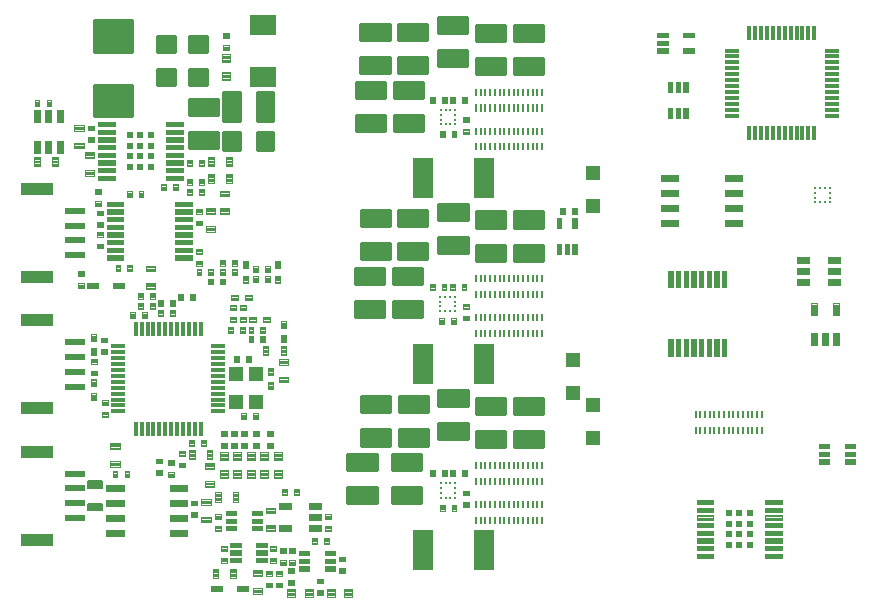
<source format=gtp>
G04 EAGLE Gerber RS-274X export*
G75*
%MOMM*%
%FSLAX34Y34*%
%LPD*%
%INTop Solderpaste*%
%IPPOS*%
%AMOC8*
5,1,8,0,0,1.08239X$1,22.5*%
G01*
%ADD10C,0.320000*%
%ADD11R,2.180000X1.820000*%
%ADD12R,1.200000X0.300000*%
%ADD13R,0.300000X1.200000*%
%ADD14C,0.100000*%
%ADD15C,0.120000*%
%ADD16R,1.200000X1.300000*%
%ADD17C,0.240000*%
%ADD18R,1.800000X3.400000*%
%ADD19C,0.180000*%
%ADD20C,0.090000*%
%ADD21R,1.700000X0.600000*%
%ADD22R,2.700000X1.000000*%
%ADD23R,0.600000X0.600000*%
%ADD24R,0.600000X0.580000*%
%ADD25C,0.442500*%
%ADD26R,1.000000X0.600000*%
%ADD27R,1.200000X1.200000*%
%ADD28C,0.140000*%


D10*
X280600Y110600D02*
X280600Y123400D01*
X304400Y123400D01*
X304400Y110600D01*
X280600Y110600D01*
X280600Y113640D02*
X304400Y113640D01*
X304400Y116680D02*
X280600Y116680D01*
X280600Y119720D02*
X304400Y119720D01*
X304400Y122760D02*
X280600Y122760D01*
X280600Y95400D02*
X280600Y82600D01*
X280600Y95400D02*
X304400Y95400D01*
X304400Y82600D01*
X280600Y82600D01*
X280600Y85640D02*
X304400Y85640D01*
X304400Y88680D02*
X280600Y88680D01*
X280600Y91720D02*
X304400Y91720D01*
X304400Y94760D02*
X280600Y94760D01*
X315900Y131600D02*
X315900Y144400D01*
X315900Y131600D02*
X292100Y131600D01*
X292100Y144400D01*
X315900Y144400D01*
X315900Y134640D02*
X292100Y134640D01*
X292100Y137680D02*
X315900Y137680D01*
X315900Y140720D02*
X292100Y140720D01*
X292100Y143760D02*
X315900Y143760D01*
X315900Y159600D02*
X315900Y172400D01*
X315900Y159600D02*
X292100Y159600D01*
X292100Y172400D01*
X315900Y172400D01*
X315900Y162640D02*
X292100Y162640D01*
X292100Y165680D02*
X315900Y165680D01*
X315900Y168720D02*
X292100Y168720D01*
X292100Y171760D02*
X315900Y171760D01*
X318100Y123400D02*
X318100Y110600D01*
X318100Y123400D02*
X341900Y123400D01*
X341900Y110600D01*
X318100Y110600D01*
X318100Y113640D02*
X341900Y113640D01*
X341900Y116680D02*
X318100Y116680D01*
X318100Y119720D02*
X341900Y119720D01*
X341900Y122760D02*
X318100Y122760D01*
X318100Y95400D02*
X318100Y82600D01*
X318100Y95400D02*
X341900Y95400D01*
X341900Y82600D01*
X318100Y82600D01*
X318100Y85640D02*
X341900Y85640D01*
X341900Y88680D02*
X318100Y88680D01*
X318100Y91720D02*
X341900Y91720D01*
X341900Y94760D02*
X318100Y94760D01*
X381400Y137100D02*
X381400Y149900D01*
X381400Y137100D02*
X357600Y137100D01*
X357600Y149900D01*
X381400Y149900D01*
X381400Y140140D02*
X357600Y140140D01*
X357600Y143180D02*
X381400Y143180D01*
X381400Y146220D02*
X357600Y146220D01*
X357600Y149260D02*
X381400Y149260D01*
X381400Y165100D02*
X381400Y177900D01*
X381400Y165100D02*
X357600Y165100D01*
X357600Y177900D01*
X381400Y177900D01*
X381400Y168140D02*
X357600Y168140D01*
X357600Y171180D02*
X381400Y171180D01*
X381400Y174220D02*
X357600Y174220D01*
X357600Y177260D02*
X381400Y177260D01*
X413400Y142900D02*
X413400Y130100D01*
X389600Y130100D01*
X389600Y142900D01*
X413400Y142900D01*
X413400Y133140D02*
X389600Y133140D01*
X389600Y136180D02*
X413400Y136180D01*
X413400Y139220D02*
X389600Y139220D01*
X389600Y142260D02*
X413400Y142260D01*
X413400Y158100D02*
X413400Y170900D01*
X413400Y158100D02*
X389600Y158100D01*
X389600Y170900D01*
X413400Y170900D01*
X413400Y161140D02*
X389600Y161140D01*
X389600Y164180D02*
X413400Y164180D01*
X413400Y167220D02*
X389600Y167220D01*
X389600Y170260D02*
X413400Y170260D01*
X445400Y142900D02*
X445400Y130100D01*
X421600Y130100D01*
X421600Y142900D01*
X445400Y142900D01*
X445400Y133140D02*
X421600Y133140D01*
X421600Y136180D02*
X445400Y136180D01*
X445400Y139220D02*
X421600Y139220D01*
X421600Y142260D02*
X445400Y142260D01*
X445400Y158100D02*
X445400Y170900D01*
X445400Y158100D02*
X421600Y158100D01*
X421600Y170900D01*
X445400Y170900D01*
X445400Y161140D02*
X421600Y161140D01*
X421600Y164180D02*
X445400Y164180D01*
X445400Y167220D02*
X421600Y167220D01*
X421600Y170260D02*
X445400Y170260D01*
X287100Y268600D02*
X287100Y281400D01*
X310900Y281400D01*
X310900Y268600D01*
X287100Y268600D01*
X287100Y271640D02*
X310900Y271640D01*
X310900Y274680D02*
X287100Y274680D01*
X287100Y277720D02*
X310900Y277720D01*
X310900Y280760D02*
X287100Y280760D01*
X287100Y253400D02*
X287100Y240600D01*
X287100Y253400D02*
X310900Y253400D01*
X310900Y240600D01*
X287100Y240600D01*
X287100Y243640D02*
X310900Y243640D01*
X310900Y246680D02*
X287100Y246680D01*
X287100Y249720D02*
X310900Y249720D01*
X310900Y252760D02*
X287100Y252760D01*
X319100Y268600D02*
X319100Y281400D01*
X342900Y281400D01*
X342900Y268600D01*
X319100Y268600D01*
X319100Y271640D02*
X342900Y271640D01*
X342900Y274680D02*
X319100Y274680D01*
X319100Y277720D02*
X342900Y277720D01*
X342900Y280760D02*
X319100Y280760D01*
X319100Y253400D02*
X319100Y240600D01*
X319100Y253400D02*
X342900Y253400D01*
X342900Y240600D01*
X319100Y240600D01*
X319100Y243640D02*
X342900Y243640D01*
X342900Y246680D02*
X319100Y246680D01*
X319100Y249720D02*
X342900Y249720D01*
X342900Y252760D02*
X319100Y252760D01*
D11*
X208000Y443400D03*
X208000Y487600D03*
D12*
X170500Y160500D03*
X170500Y165500D03*
X170500Y170500D03*
X170500Y175500D03*
X170500Y180500D03*
X170500Y185500D03*
X170500Y190500D03*
X170500Y195500D03*
X170500Y200500D03*
X170500Y205500D03*
X170500Y210500D03*
X170500Y215500D03*
D13*
X155500Y230500D03*
X150500Y230500D03*
X145500Y230500D03*
X140500Y230500D03*
X135500Y230500D03*
X130500Y230500D03*
X125500Y230500D03*
X120500Y230500D03*
X115500Y230500D03*
X110500Y230500D03*
X105500Y230500D03*
X100500Y230500D03*
D12*
X85500Y215500D03*
X85500Y210500D03*
X85500Y205500D03*
X85500Y200500D03*
X85500Y195500D03*
X85500Y190500D03*
X85500Y185500D03*
X85500Y180500D03*
X85500Y175500D03*
X85500Y170500D03*
X85500Y165500D03*
X85500Y160500D03*
D13*
X100500Y145500D03*
X105500Y145500D03*
X110500Y145500D03*
X115500Y145500D03*
X120500Y145500D03*
X125500Y145500D03*
X130500Y145500D03*
X135500Y145500D03*
X140500Y145500D03*
X145500Y145500D03*
X150500Y145500D03*
X155500Y145500D03*
D14*
X100000Y239500D02*
X96000Y239500D01*
X96000Y244500D01*
X100000Y244500D01*
X100000Y239500D01*
X100000Y240450D02*
X96000Y240450D01*
X96000Y241400D02*
X100000Y241400D01*
X100000Y242350D02*
X96000Y242350D01*
X96000Y243300D02*
X100000Y243300D01*
X100000Y244250D02*
X96000Y244250D01*
X106000Y239500D02*
X110000Y239500D01*
X106000Y239500D02*
X106000Y244500D01*
X110000Y244500D01*
X110000Y239500D01*
X110000Y240450D02*
X106000Y240450D01*
X106000Y241400D02*
X110000Y241400D01*
X110000Y242350D02*
X106000Y242350D01*
X106000Y243300D02*
X110000Y243300D01*
X110000Y244250D02*
X106000Y244250D01*
X77000Y160000D02*
X77000Y156000D01*
X72000Y156000D01*
X72000Y160000D01*
X77000Y160000D01*
X77000Y156950D02*
X72000Y156950D01*
X72000Y157900D02*
X77000Y157900D01*
X77000Y158850D02*
X72000Y158850D01*
X72000Y159800D02*
X77000Y159800D01*
X77000Y166000D02*
X77000Y170000D01*
X77000Y166000D02*
X72000Y166000D01*
X72000Y170000D01*
X77000Y170000D01*
X77000Y166950D02*
X72000Y166950D01*
X72000Y167900D02*
X77000Y167900D01*
X77000Y168850D02*
X72000Y168850D01*
X72000Y169800D02*
X77000Y169800D01*
X156000Y136500D02*
X160000Y136500D01*
X160000Y131500D01*
X156000Y131500D01*
X156000Y136500D01*
X156000Y132450D02*
X160000Y132450D01*
X160000Y133400D02*
X156000Y133400D01*
X156000Y134350D02*
X160000Y134350D01*
X160000Y135300D02*
X156000Y135300D01*
X156000Y136250D02*
X160000Y136250D01*
X150000Y136500D02*
X146000Y136500D01*
X150000Y136500D02*
X150000Y131500D01*
X146000Y131500D01*
X146000Y136500D01*
X146000Y132450D02*
X150000Y132450D01*
X150000Y133400D02*
X146000Y133400D01*
X146000Y134350D02*
X150000Y134350D01*
X150000Y135300D02*
X146000Y135300D01*
X146000Y136250D02*
X150000Y136250D01*
D15*
X160600Y127900D02*
X165400Y127900D01*
X165400Y120100D01*
X160600Y120100D01*
X160600Y127900D01*
X160600Y121240D02*
X165400Y121240D01*
X165400Y122380D02*
X160600Y122380D01*
X160600Y123520D02*
X165400Y123520D01*
X165400Y124660D02*
X160600Y124660D01*
X160600Y125800D02*
X165400Y125800D01*
X165400Y126940D02*
X160600Y126940D01*
X150400Y127900D02*
X145600Y127900D01*
X150400Y127900D02*
X150400Y120100D01*
X145600Y120100D01*
X145600Y127900D01*
X145600Y121240D02*
X150400Y121240D01*
X150400Y122380D02*
X145600Y122380D01*
X145600Y123520D02*
X150400Y123520D01*
X150400Y124660D02*
X145600Y124660D01*
X145600Y125800D02*
X150400Y125800D01*
X150400Y126940D02*
X145600Y126940D01*
X159100Y116400D02*
X159100Y111600D01*
X159100Y116400D02*
X166900Y116400D01*
X166900Y111600D01*
X159100Y111600D01*
X159100Y112740D02*
X166900Y112740D01*
X166900Y113880D02*
X159100Y113880D01*
X159100Y115020D02*
X166900Y115020D01*
X166900Y116160D02*
X159100Y116160D01*
X159100Y101400D02*
X159100Y96600D01*
X159100Y101400D02*
X166900Y101400D01*
X166900Y96600D01*
X159100Y96600D01*
X159100Y97740D02*
X166900Y97740D01*
X166900Y98880D02*
X159100Y98880D01*
X159100Y100020D02*
X166900Y100020D01*
X166900Y101160D02*
X159100Y101160D01*
D14*
X116500Y261000D02*
X112500Y261000D01*
X116500Y261000D02*
X116500Y256000D01*
X112500Y256000D01*
X112500Y261000D01*
X112500Y256950D02*
X116500Y256950D01*
X116500Y257900D02*
X112500Y257900D01*
X112500Y258850D02*
X116500Y258850D01*
X116500Y259800D02*
X112500Y259800D01*
X112500Y260750D02*
X116500Y260750D01*
X106500Y261000D02*
X102500Y261000D01*
X106500Y261000D02*
X106500Y256000D01*
X102500Y256000D01*
X102500Y261000D01*
X102500Y256950D02*
X106500Y256950D01*
X106500Y257900D02*
X102500Y257900D01*
X102500Y258850D02*
X106500Y258850D01*
X106500Y259800D02*
X102500Y259800D01*
X102500Y260750D02*
X106500Y260750D01*
X112500Y252500D02*
X116500Y252500D01*
X116500Y247500D01*
X112500Y247500D01*
X112500Y252500D01*
X112500Y248450D02*
X116500Y248450D01*
X116500Y249400D02*
X112500Y249400D01*
X112500Y250350D02*
X116500Y250350D01*
X116500Y251300D02*
X112500Y251300D01*
X112500Y252250D02*
X116500Y252250D01*
X106500Y252500D02*
X102500Y252500D01*
X106500Y252500D02*
X106500Y247500D01*
X102500Y247500D01*
X102500Y252500D01*
X102500Y248450D02*
X106500Y248450D01*
X106500Y249400D02*
X102500Y249400D01*
X102500Y250350D02*
X106500Y250350D01*
X106500Y251300D02*
X102500Y251300D01*
X102500Y252250D02*
X106500Y252250D01*
D15*
X109100Y279100D02*
X109100Y283900D01*
X116900Y283900D01*
X116900Y279100D01*
X109100Y279100D01*
X109100Y280240D02*
X116900Y280240D01*
X116900Y281380D02*
X109100Y281380D01*
X109100Y282520D02*
X116900Y282520D01*
X116900Y283660D02*
X109100Y283660D01*
X109100Y268900D02*
X109100Y264100D01*
X109100Y268900D02*
X116900Y268900D01*
X116900Y264100D01*
X109100Y264100D01*
X109100Y265240D02*
X116900Y265240D01*
X116900Y266380D02*
X109100Y266380D01*
X109100Y267520D02*
X116900Y267520D01*
X116900Y268660D02*
X109100Y268660D01*
D16*
X202000Y168500D03*
X202000Y192500D03*
X185000Y192500D03*
X185000Y168500D03*
D14*
X190000Y154000D02*
X194000Y154000D01*
X190000Y154000D02*
X190000Y159000D01*
X194000Y159000D01*
X194000Y154000D01*
X194000Y154950D02*
X190000Y154950D01*
X190000Y155900D02*
X194000Y155900D01*
X194000Y156850D02*
X190000Y156850D01*
X190000Y157800D02*
X194000Y157800D01*
X194000Y158750D02*
X190000Y158750D01*
X200000Y154000D02*
X204000Y154000D01*
X200000Y154000D02*
X200000Y159000D01*
X204000Y159000D01*
X204000Y154000D01*
X204000Y154950D02*
X200000Y154950D01*
X200000Y155900D02*
X204000Y155900D01*
X204000Y156850D02*
X200000Y156850D01*
X200000Y157800D02*
X204000Y157800D01*
X204000Y158750D02*
X200000Y158750D01*
X198000Y207000D02*
X194000Y207000D01*
X198000Y207000D02*
X198000Y202000D01*
X194000Y202000D01*
X194000Y207000D01*
X194000Y202950D02*
X198000Y202950D01*
X198000Y203900D02*
X194000Y203900D01*
X194000Y204850D02*
X198000Y204850D01*
X198000Y205800D02*
X194000Y205800D01*
X194000Y206750D02*
X198000Y206750D01*
X188000Y207000D02*
X184000Y207000D01*
X188000Y207000D02*
X188000Y202000D01*
X184000Y202000D01*
X184000Y207000D01*
X184000Y202950D02*
X188000Y202950D01*
X188000Y203900D02*
X184000Y203900D01*
X184000Y204850D02*
X188000Y204850D01*
X188000Y205800D02*
X184000Y205800D01*
X184000Y206750D02*
X188000Y206750D01*
X196000Y227000D02*
X200000Y227000D01*
X196000Y227000D02*
X196000Y232000D01*
X200000Y232000D01*
X200000Y227000D01*
X200000Y227950D02*
X196000Y227950D01*
X196000Y228900D02*
X200000Y228900D01*
X200000Y229850D02*
X196000Y229850D01*
X196000Y230800D02*
X200000Y230800D01*
X200000Y231750D02*
X196000Y231750D01*
X206000Y227000D02*
X210000Y227000D01*
X206000Y227000D02*
X206000Y232000D01*
X210000Y232000D01*
X210000Y227000D01*
X210000Y227950D02*
X206000Y227950D01*
X206000Y228900D02*
X210000Y228900D01*
X210000Y229850D02*
X206000Y229850D01*
X206000Y230800D02*
X210000Y230800D01*
X210000Y231750D02*
X206000Y231750D01*
X183000Y227000D02*
X179000Y227000D01*
X179000Y232000D01*
X183000Y232000D01*
X183000Y227000D01*
X183000Y227950D02*
X179000Y227950D01*
X179000Y228900D02*
X183000Y228900D01*
X183000Y229850D02*
X179000Y229850D01*
X179000Y230800D02*
X183000Y230800D01*
X183000Y231750D02*
X179000Y231750D01*
X189000Y227000D02*
X193000Y227000D01*
X189000Y227000D02*
X189000Y232000D01*
X193000Y232000D01*
X193000Y227000D01*
X193000Y227950D02*
X189000Y227950D01*
X189000Y228900D02*
X193000Y228900D01*
X193000Y229850D02*
X189000Y229850D01*
X189000Y230800D02*
X193000Y230800D01*
X193000Y231750D02*
X189000Y231750D01*
X206000Y224000D02*
X210000Y224000D01*
X210000Y219000D01*
X206000Y219000D01*
X206000Y224000D01*
X206000Y219950D02*
X210000Y219950D01*
X210000Y220900D02*
X206000Y220900D01*
X206000Y221850D02*
X210000Y221850D01*
X210000Y222800D02*
X206000Y222800D01*
X206000Y223750D02*
X210000Y223750D01*
X200000Y224000D02*
X196000Y224000D01*
X200000Y224000D02*
X200000Y219000D01*
X196000Y219000D01*
X196000Y224000D01*
X196000Y219950D02*
X200000Y219950D01*
X200000Y220900D02*
X196000Y220900D01*
X196000Y221850D02*
X200000Y221850D01*
X200000Y222800D02*
X196000Y222800D01*
X196000Y223750D02*
X200000Y223750D01*
X176000Y273000D02*
X172000Y273000D01*
X176000Y273000D02*
X176000Y268000D01*
X172000Y268000D01*
X172000Y273000D01*
X172000Y268950D02*
X176000Y268950D01*
X176000Y269900D02*
X172000Y269900D01*
X172000Y270850D02*
X176000Y270850D01*
X176000Y271800D02*
X172000Y271800D01*
X172000Y272750D02*
X176000Y272750D01*
X166000Y273000D02*
X162000Y273000D01*
X166000Y273000D02*
X166000Y268000D01*
X162000Y268000D01*
X162000Y273000D01*
X162000Y268950D02*
X166000Y268950D01*
X166000Y269900D02*
X162000Y269900D01*
X162000Y270850D02*
X166000Y270850D01*
X166000Y271800D02*
X162000Y271800D01*
X162000Y272750D02*
X166000Y272750D01*
X182000Y289000D02*
X186000Y289000D01*
X186000Y284000D01*
X182000Y284000D01*
X182000Y289000D01*
X182000Y284950D02*
X186000Y284950D01*
X186000Y285900D02*
X182000Y285900D01*
X182000Y286850D02*
X186000Y286850D01*
X186000Y287800D02*
X182000Y287800D01*
X182000Y288750D02*
X186000Y288750D01*
X176000Y289000D02*
X172000Y289000D01*
X176000Y289000D02*
X176000Y284000D01*
X172000Y284000D01*
X172000Y289000D01*
X172000Y284950D02*
X176000Y284950D01*
X176000Y285900D02*
X172000Y285900D01*
X172000Y286850D02*
X176000Y286850D01*
X176000Y287800D02*
X172000Y287800D01*
X172000Y288750D02*
X176000Y288750D01*
X182000Y281000D02*
X186000Y281000D01*
X186000Y276000D01*
X182000Y276000D01*
X182000Y281000D01*
X182000Y276950D02*
X186000Y276950D01*
X186000Y277900D02*
X182000Y277900D01*
X182000Y278850D02*
X186000Y278850D01*
X186000Y279800D02*
X182000Y279800D01*
X182000Y280750D02*
X186000Y280750D01*
X176000Y281000D02*
X172000Y281000D01*
X176000Y281000D02*
X176000Y276000D01*
X172000Y276000D01*
X172000Y281000D01*
X172000Y276950D02*
X176000Y276950D01*
X176000Y277900D02*
X172000Y277900D01*
X172000Y278850D02*
X176000Y278850D01*
X176000Y279800D02*
X172000Y279800D01*
X172000Y280750D02*
X176000Y280750D01*
X156000Y276000D02*
X152000Y276000D01*
X152000Y281000D01*
X156000Y281000D01*
X156000Y276000D01*
X156000Y276950D02*
X152000Y276950D01*
X152000Y277900D02*
X156000Y277900D01*
X156000Y278850D02*
X152000Y278850D01*
X152000Y279800D02*
X156000Y279800D01*
X156000Y280750D02*
X152000Y280750D01*
X162000Y276000D02*
X166000Y276000D01*
X162000Y276000D02*
X162000Y281000D01*
X166000Y281000D01*
X166000Y276000D01*
X166000Y276950D02*
X162000Y276950D01*
X162000Y277900D02*
X166000Y277900D01*
X166000Y278850D02*
X162000Y278850D01*
X162000Y279800D02*
X166000Y279800D01*
X166000Y280750D02*
X162000Y280750D01*
X140500Y254500D02*
X136500Y254500D01*
X136500Y259500D01*
X140500Y259500D01*
X140500Y254500D01*
X140500Y255450D02*
X136500Y255450D01*
X136500Y256400D02*
X140500Y256400D01*
X140500Y257350D02*
X136500Y257350D01*
X136500Y258300D02*
X140500Y258300D01*
X140500Y259250D02*
X136500Y259250D01*
X146500Y254500D02*
X150500Y254500D01*
X146500Y254500D02*
X146500Y259500D01*
X150500Y259500D01*
X150500Y254500D01*
X150500Y255450D02*
X146500Y255450D01*
X146500Y256400D02*
X150500Y256400D01*
X150500Y257350D02*
X146500Y257350D01*
X146500Y258300D02*
X150500Y258300D01*
X150500Y259250D02*
X146500Y259250D01*
X151500Y294000D02*
X151500Y298000D01*
X156500Y298000D01*
X156500Y294000D01*
X151500Y294000D01*
X151500Y294950D02*
X156500Y294950D01*
X156500Y295900D02*
X151500Y295900D01*
X151500Y296850D02*
X156500Y296850D01*
X156500Y297800D02*
X151500Y297800D01*
X151500Y288000D02*
X151500Y284000D01*
X151500Y288000D02*
X156500Y288000D01*
X156500Y284000D01*
X151500Y284000D01*
X151500Y284950D02*
X156500Y284950D01*
X156500Y285900D02*
X151500Y285900D01*
X151500Y286850D02*
X156500Y286850D01*
X156500Y287800D02*
X151500Y287800D01*
D15*
X221600Y204900D02*
X221600Y200100D01*
X221600Y204900D02*
X229400Y204900D01*
X229400Y200100D01*
X221600Y200100D01*
X221600Y201240D02*
X229400Y201240D01*
X229400Y202380D02*
X221600Y202380D01*
X221600Y203520D02*
X229400Y203520D01*
X229400Y204660D02*
X221600Y204660D01*
X221600Y189900D02*
X221600Y185100D01*
X221600Y189900D02*
X229400Y189900D01*
X229400Y185100D01*
X221600Y185100D01*
X221600Y186240D02*
X229400Y186240D01*
X229400Y187380D02*
X221600Y187380D01*
X221600Y188520D02*
X229400Y188520D01*
X229400Y189660D02*
X221600Y189660D01*
X212900Y208100D02*
X208100Y208100D01*
X208100Y215900D01*
X212900Y215900D01*
X212900Y208100D01*
X212900Y209240D02*
X208100Y209240D01*
X208100Y210380D02*
X212900Y210380D01*
X212900Y211520D02*
X208100Y211520D01*
X208100Y212660D02*
X212900Y212660D01*
X212900Y213800D02*
X208100Y213800D01*
X208100Y214940D02*
X212900Y214940D01*
X223100Y208100D02*
X227900Y208100D01*
X223100Y208100D02*
X223100Y215900D01*
X227900Y215900D01*
X227900Y208100D01*
X227900Y209240D02*
X223100Y209240D01*
X223100Y210380D02*
X227900Y210380D01*
X227900Y211520D02*
X223100Y211520D01*
X223100Y212660D02*
X227900Y212660D01*
X227900Y213800D02*
X223100Y213800D01*
X223100Y214940D02*
X227900Y214940D01*
D17*
X371000Y87500D03*
X371000Y91500D03*
X371000Y95500D03*
X371000Y99500D03*
X367000Y87500D03*
X367000Y99500D03*
X363000Y87500D03*
X363000Y99500D03*
X359000Y87500D03*
X359000Y91500D03*
X359000Y95500D03*
X359000Y99500D03*
D14*
X358000Y76500D02*
X362000Y76500D01*
X358000Y76500D02*
X358000Y81500D01*
X362000Y81500D01*
X362000Y76500D01*
X362000Y77450D02*
X358000Y77450D01*
X358000Y78400D02*
X362000Y78400D01*
X362000Y79350D02*
X358000Y79350D01*
X358000Y80300D02*
X362000Y80300D01*
X362000Y81250D02*
X358000Y81250D01*
X368000Y76500D02*
X372000Y76500D01*
X368000Y76500D02*
X368000Y81500D01*
X372000Y81500D01*
X372000Y76500D01*
X372000Y77450D02*
X368000Y77450D01*
X368000Y78400D02*
X372000Y78400D01*
X372000Y79350D02*
X368000Y79350D01*
X368000Y80300D02*
X372000Y80300D01*
X372000Y81250D02*
X368000Y81250D01*
X364000Y110500D02*
X360000Y110500D01*
X364000Y110500D02*
X364000Y105500D01*
X360000Y105500D01*
X360000Y110500D01*
X360000Y106450D02*
X364000Y106450D01*
X364000Y107400D02*
X360000Y107400D01*
X360000Y108350D02*
X364000Y108350D01*
X364000Y109300D02*
X360000Y109300D01*
X360000Y110250D02*
X364000Y110250D01*
X354000Y110500D02*
X350000Y110500D01*
X354000Y110500D02*
X354000Y105500D01*
X350000Y105500D01*
X350000Y110500D01*
X350000Y106450D02*
X354000Y106450D01*
X354000Y107400D02*
X350000Y107400D01*
X350000Y108350D02*
X354000Y108350D01*
X354000Y109300D02*
X350000Y109300D01*
X350000Y110250D02*
X354000Y110250D01*
D17*
X370500Y245500D03*
X370500Y249500D03*
X370500Y253500D03*
X370500Y257500D03*
X366500Y245500D03*
X366500Y257500D03*
X362500Y245500D03*
X362500Y257500D03*
X358500Y245500D03*
X358500Y249500D03*
X358500Y253500D03*
X358500Y257500D03*
D14*
X357500Y234500D02*
X361500Y234500D01*
X357500Y234500D02*
X357500Y239500D01*
X361500Y239500D01*
X361500Y234500D01*
X361500Y235450D02*
X357500Y235450D01*
X357500Y236400D02*
X361500Y236400D01*
X361500Y237350D02*
X357500Y237350D01*
X357500Y238300D02*
X361500Y238300D01*
X361500Y239250D02*
X357500Y239250D01*
X367500Y234500D02*
X371500Y234500D01*
X367500Y234500D02*
X367500Y239500D01*
X371500Y239500D01*
X371500Y234500D01*
X371500Y235450D02*
X367500Y235450D01*
X367500Y236400D02*
X371500Y236400D01*
X371500Y237350D02*
X367500Y237350D01*
X367500Y238300D02*
X371500Y238300D01*
X371500Y239250D02*
X367500Y239250D01*
X363500Y268500D02*
X359500Y268500D01*
X363500Y268500D02*
X363500Y263500D01*
X359500Y263500D01*
X359500Y268500D01*
X359500Y264450D02*
X363500Y264450D01*
X363500Y265400D02*
X359500Y265400D01*
X359500Y266350D02*
X363500Y266350D01*
X363500Y267300D02*
X359500Y267300D01*
X359500Y268250D02*
X363500Y268250D01*
X353500Y268500D02*
X349500Y268500D01*
X353500Y268500D02*
X353500Y263500D01*
X349500Y263500D01*
X349500Y268500D01*
X349500Y264450D02*
X353500Y264450D01*
X353500Y265400D02*
X349500Y265400D01*
X349500Y266350D02*
X353500Y266350D01*
X353500Y267300D02*
X349500Y267300D01*
X349500Y268250D02*
X353500Y268250D01*
D17*
X371000Y403500D03*
X371000Y407500D03*
X371000Y411500D03*
X371000Y415500D03*
X367000Y403500D03*
X367000Y415500D03*
X363000Y403500D03*
X363000Y415500D03*
X359000Y403500D03*
X359000Y407500D03*
X359000Y411500D03*
X359000Y415500D03*
D14*
X358000Y392500D02*
X362000Y392500D01*
X358000Y392500D02*
X358000Y397500D01*
X362000Y397500D01*
X362000Y392500D01*
X362000Y393450D02*
X358000Y393450D01*
X358000Y394400D02*
X362000Y394400D01*
X362000Y395350D02*
X358000Y395350D01*
X358000Y396300D02*
X362000Y396300D01*
X362000Y397250D02*
X358000Y397250D01*
X368000Y392500D02*
X372000Y392500D01*
X368000Y392500D02*
X368000Y397500D01*
X372000Y397500D01*
X372000Y392500D01*
X372000Y393450D02*
X368000Y393450D01*
X368000Y394400D02*
X372000Y394400D01*
X372000Y395350D02*
X368000Y395350D01*
X368000Y396300D02*
X372000Y396300D01*
X372000Y397250D02*
X368000Y397250D01*
X364000Y426500D02*
X360000Y426500D01*
X364000Y426500D02*
X364000Y421500D01*
X360000Y421500D01*
X360000Y426500D01*
X360000Y422450D02*
X364000Y422450D01*
X364000Y423400D02*
X360000Y423400D01*
X360000Y424350D02*
X364000Y424350D01*
X364000Y425300D02*
X360000Y425300D01*
X360000Y426250D02*
X364000Y426250D01*
X354000Y426500D02*
X350000Y426500D01*
X354000Y426500D02*
X354000Y421500D01*
X350000Y421500D01*
X350000Y426500D01*
X350000Y422450D02*
X354000Y422450D01*
X354000Y423400D02*
X350000Y423400D01*
X350000Y424350D02*
X354000Y424350D01*
X354000Y425300D02*
X350000Y425300D01*
X350000Y426250D02*
X354000Y426250D01*
X367000Y105500D02*
X371000Y105500D01*
X367000Y105500D02*
X367000Y110500D01*
X371000Y110500D01*
X371000Y105500D01*
X371000Y106450D02*
X367000Y106450D01*
X367000Y107400D02*
X371000Y107400D01*
X371000Y108350D02*
X367000Y108350D01*
X367000Y109300D02*
X371000Y109300D01*
X371000Y110250D02*
X367000Y110250D01*
X377000Y105500D02*
X381000Y105500D01*
X377000Y105500D02*
X377000Y110500D01*
X381000Y110500D01*
X381000Y105500D01*
X381000Y106450D02*
X377000Y106450D01*
X377000Y107400D02*
X381000Y107400D01*
X381000Y108350D02*
X377000Y108350D01*
X377000Y109300D02*
X381000Y109300D01*
X381000Y110250D02*
X377000Y110250D01*
X377500Y93500D02*
X377500Y89500D01*
X377500Y93500D02*
X382500Y93500D01*
X382500Y89500D01*
X377500Y89500D01*
X377500Y90450D02*
X382500Y90450D01*
X382500Y91400D02*
X377500Y91400D01*
X377500Y92350D02*
X382500Y92350D01*
X382500Y93300D02*
X377500Y93300D01*
X377500Y83500D02*
X377500Y79500D01*
X377500Y83500D02*
X382500Y83500D01*
X382500Y79500D01*
X377500Y79500D01*
X377500Y80450D02*
X382500Y80450D01*
X382500Y81400D02*
X377500Y81400D01*
X377500Y82350D02*
X382500Y82350D01*
X382500Y83300D02*
X377500Y83300D01*
D18*
X395500Y43000D03*
X343500Y43000D03*
D19*
X388500Y112550D02*
X388500Y117750D01*
X388500Y104450D02*
X388500Y99250D01*
X392500Y112550D02*
X392500Y117750D01*
X392500Y104450D02*
X392500Y99250D01*
X396500Y112550D02*
X396500Y117750D01*
X396500Y104450D02*
X396500Y99250D01*
X400500Y112550D02*
X400500Y117750D01*
X400500Y104450D02*
X400500Y99250D01*
X404500Y112550D02*
X404500Y117750D01*
X404500Y104450D02*
X404500Y99250D01*
X408500Y112550D02*
X408500Y117750D01*
X408500Y104450D02*
X408500Y99250D01*
X412500Y112550D02*
X412500Y117750D01*
X412500Y104450D02*
X412500Y99250D01*
X416500Y112550D02*
X416500Y117750D01*
X416500Y104450D02*
X416500Y99250D01*
X420500Y112550D02*
X420500Y117750D01*
X420500Y104450D02*
X420500Y99250D01*
X424500Y112550D02*
X424500Y117750D01*
X424500Y104450D02*
X424500Y99250D01*
X428500Y112550D02*
X428500Y117750D01*
X428500Y104450D02*
X428500Y99250D01*
X432500Y112550D02*
X432500Y117750D01*
X432500Y104450D02*
X432500Y99250D01*
X436500Y112550D02*
X436500Y117750D01*
X436500Y104450D02*
X436500Y99250D01*
X440500Y112550D02*
X440500Y117750D01*
X440500Y104450D02*
X440500Y99250D01*
X444500Y112550D02*
X444500Y117750D01*
X444500Y104450D02*
X444500Y99250D01*
X388500Y84750D02*
X388500Y79550D01*
X388500Y71450D02*
X388500Y66250D01*
X392500Y79550D02*
X392500Y84750D01*
X392500Y71450D02*
X392500Y66250D01*
X396500Y79550D02*
X396500Y84750D01*
X396500Y71450D02*
X396500Y66250D01*
X400500Y79550D02*
X400500Y84750D01*
X400500Y71450D02*
X400500Y66250D01*
X404500Y79550D02*
X404500Y84750D01*
X404500Y71450D02*
X404500Y66250D01*
X408500Y79550D02*
X408500Y84750D01*
X408500Y71450D02*
X408500Y66250D01*
X412500Y79550D02*
X412500Y84750D01*
X412500Y71450D02*
X412500Y66250D01*
X416500Y79550D02*
X416500Y84750D01*
X416500Y71450D02*
X416500Y66250D01*
X420500Y79550D02*
X420500Y84750D01*
X420500Y71450D02*
X420500Y66250D01*
X424500Y79550D02*
X424500Y84750D01*
X424500Y71450D02*
X424500Y66250D01*
X428500Y79550D02*
X428500Y84750D01*
X428500Y71450D02*
X428500Y66250D01*
X432500Y79550D02*
X432500Y84750D01*
X432500Y71450D02*
X432500Y66250D01*
X436500Y79550D02*
X436500Y84750D01*
X436500Y71450D02*
X436500Y66250D01*
X440500Y79550D02*
X440500Y84750D01*
X440500Y71450D02*
X440500Y66250D01*
X444500Y79550D02*
X444500Y84750D01*
X444500Y71450D02*
X444500Y66250D01*
D14*
X370500Y263500D02*
X366500Y263500D01*
X366500Y268500D01*
X370500Y268500D01*
X370500Y263500D01*
X370500Y264450D02*
X366500Y264450D01*
X366500Y265400D02*
X370500Y265400D01*
X370500Y266350D02*
X366500Y266350D01*
X366500Y267300D02*
X370500Y267300D01*
X370500Y268250D02*
X366500Y268250D01*
X376500Y263500D02*
X380500Y263500D01*
X376500Y263500D02*
X376500Y268500D01*
X380500Y268500D01*
X380500Y263500D01*
X380500Y264450D02*
X376500Y264450D01*
X376500Y265400D02*
X380500Y265400D01*
X380500Y266350D02*
X376500Y266350D01*
X376500Y267300D02*
X380500Y267300D01*
X380500Y268250D02*
X376500Y268250D01*
X377500Y251500D02*
X377500Y247500D01*
X377500Y251500D02*
X382500Y251500D01*
X382500Y247500D01*
X377500Y247500D01*
X377500Y248450D02*
X382500Y248450D01*
X382500Y249400D02*
X377500Y249400D01*
X377500Y250350D02*
X382500Y250350D01*
X382500Y251300D02*
X377500Y251300D01*
X377500Y241500D02*
X377500Y237500D01*
X377500Y241500D02*
X382500Y241500D01*
X382500Y237500D01*
X377500Y237500D01*
X377500Y238450D02*
X382500Y238450D01*
X382500Y239400D02*
X377500Y239400D01*
X377500Y240350D02*
X382500Y240350D01*
X382500Y241300D02*
X377500Y241300D01*
D18*
X395500Y200500D03*
X343500Y200500D03*
D19*
X388500Y270550D02*
X388500Y275750D01*
X388500Y262450D02*
X388500Y257250D01*
X392500Y270550D02*
X392500Y275750D01*
X392500Y262450D02*
X392500Y257250D01*
X396500Y270550D02*
X396500Y275750D01*
X396500Y262450D02*
X396500Y257250D01*
X400500Y270550D02*
X400500Y275750D01*
X400500Y262450D02*
X400500Y257250D01*
X404500Y270550D02*
X404500Y275750D01*
X404500Y262450D02*
X404500Y257250D01*
X408500Y270550D02*
X408500Y275750D01*
X408500Y262450D02*
X408500Y257250D01*
X412500Y270550D02*
X412500Y275750D01*
X412500Y262450D02*
X412500Y257250D01*
X416500Y270550D02*
X416500Y275750D01*
X416500Y262450D02*
X416500Y257250D01*
X420500Y270550D02*
X420500Y275750D01*
X420500Y262450D02*
X420500Y257250D01*
X424500Y270550D02*
X424500Y275750D01*
X424500Y262450D02*
X424500Y257250D01*
X428500Y270550D02*
X428500Y275750D01*
X428500Y262450D02*
X428500Y257250D01*
X432500Y270550D02*
X432500Y275750D01*
X432500Y262450D02*
X432500Y257250D01*
X436500Y270550D02*
X436500Y275750D01*
X436500Y262450D02*
X436500Y257250D01*
X440500Y270550D02*
X440500Y275750D01*
X440500Y262450D02*
X440500Y257250D01*
X444500Y270550D02*
X444500Y275750D01*
X444500Y262450D02*
X444500Y257250D01*
X388500Y242750D02*
X388500Y237550D01*
X388500Y229450D02*
X388500Y224250D01*
X392500Y237550D02*
X392500Y242750D01*
X392500Y229450D02*
X392500Y224250D01*
X396500Y237550D02*
X396500Y242750D01*
X396500Y229450D02*
X396500Y224250D01*
X400500Y237550D02*
X400500Y242750D01*
X400500Y229450D02*
X400500Y224250D01*
X404500Y237550D02*
X404500Y242750D01*
X404500Y229450D02*
X404500Y224250D01*
X408500Y237550D02*
X408500Y242750D01*
X408500Y229450D02*
X408500Y224250D01*
X412500Y237550D02*
X412500Y242750D01*
X412500Y229450D02*
X412500Y224250D01*
X416500Y237550D02*
X416500Y242750D01*
X416500Y229450D02*
X416500Y224250D01*
X420500Y237550D02*
X420500Y242750D01*
X420500Y229450D02*
X420500Y224250D01*
X424500Y237550D02*
X424500Y242750D01*
X424500Y229450D02*
X424500Y224250D01*
X428500Y237550D02*
X428500Y242750D01*
X428500Y229450D02*
X428500Y224250D01*
X432500Y237550D02*
X432500Y242750D01*
X432500Y229450D02*
X432500Y224250D01*
X436500Y237550D02*
X436500Y242750D01*
X436500Y229450D02*
X436500Y224250D01*
X440500Y237550D02*
X440500Y242750D01*
X440500Y229450D02*
X440500Y224250D01*
X444500Y237550D02*
X444500Y242750D01*
X444500Y229450D02*
X444500Y224250D01*
D14*
X371000Y421500D02*
X367000Y421500D01*
X367000Y426500D01*
X371000Y426500D01*
X371000Y421500D01*
X371000Y422450D02*
X367000Y422450D01*
X367000Y423400D02*
X371000Y423400D01*
X371000Y424350D02*
X367000Y424350D01*
X367000Y425300D02*
X371000Y425300D01*
X371000Y426250D02*
X367000Y426250D01*
X377000Y421500D02*
X381000Y421500D01*
X377000Y421500D02*
X377000Y426500D01*
X381000Y426500D01*
X381000Y421500D01*
X381000Y422450D02*
X377000Y422450D01*
X377000Y423400D02*
X381000Y423400D01*
X381000Y424350D02*
X377000Y424350D01*
X377000Y425300D02*
X381000Y425300D01*
X381000Y426250D02*
X377000Y426250D01*
X377500Y409500D02*
X377500Y405500D01*
X377500Y409500D02*
X382500Y409500D01*
X382500Y405500D01*
X377500Y405500D01*
X377500Y406450D02*
X382500Y406450D01*
X382500Y407400D02*
X377500Y407400D01*
X377500Y408350D02*
X382500Y408350D01*
X382500Y409300D02*
X377500Y409300D01*
X377500Y399500D02*
X377500Y395500D01*
X377500Y399500D02*
X382500Y399500D01*
X382500Y395500D01*
X377500Y395500D01*
X377500Y396450D02*
X382500Y396450D01*
X382500Y397400D02*
X377500Y397400D01*
X377500Y398350D02*
X382500Y398350D01*
X382500Y399300D02*
X377500Y399300D01*
D18*
X395500Y358500D03*
X343500Y358500D03*
D19*
X388500Y428550D02*
X388500Y433750D01*
X388500Y420450D02*
X388500Y415250D01*
X392500Y428550D02*
X392500Y433750D01*
X392500Y420450D02*
X392500Y415250D01*
X396500Y428550D02*
X396500Y433750D01*
X396500Y420450D02*
X396500Y415250D01*
X400500Y428550D02*
X400500Y433750D01*
X400500Y420450D02*
X400500Y415250D01*
X404500Y428550D02*
X404500Y433750D01*
X404500Y420450D02*
X404500Y415250D01*
X408500Y428550D02*
X408500Y433750D01*
X408500Y420450D02*
X408500Y415250D01*
X412500Y428550D02*
X412500Y433750D01*
X412500Y420450D02*
X412500Y415250D01*
X416500Y428550D02*
X416500Y433750D01*
X416500Y420450D02*
X416500Y415250D01*
X420500Y428550D02*
X420500Y433750D01*
X420500Y420450D02*
X420500Y415250D01*
X424500Y428550D02*
X424500Y433750D01*
X424500Y420450D02*
X424500Y415250D01*
X428500Y428550D02*
X428500Y433750D01*
X428500Y420450D02*
X428500Y415250D01*
X432500Y428550D02*
X432500Y433750D01*
X432500Y420450D02*
X432500Y415250D01*
X436500Y428550D02*
X436500Y433750D01*
X436500Y420450D02*
X436500Y415250D01*
X440500Y428550D02*
X440500Y433750D01*
X440500Y420450D02*
X440500Y415250D01*
X444500Y428550D02*
X444500Y433750D01*
X444500Y420450D02*
X444500Y415250D01*
X388500Y400750D02*
X388500Y395550D01*
X388500Y387450D02*
X388500Y382250D01*
X392500Y395550D02*
X392500Y400750D01*
X392500Y387450D02*
X392500Y382250D01*
X396500Y395550D02*
X396500Y400750D01*
X396500Y387450D02*
X396500Y382250D01*
X400500Y395550D02*
X400500Y400750D01*
X400500Y387450D02*
X400500Y382250D01*
X404500Y395550D02*
X404500Y400750D01*
X404500Y387450D02*
X404500Y382250D01*
X408500Y395550D02*
X408500Y400750D01*
X408500Y387450D02*
X408500Y382250D01*
X412500Y395550D02*
X412500Y400750D01*
X412500Y387450D02*
X412500Y382250D01*
X416500Y395550D02*
X416500Y400750D01*
X416500Y387450D02*
X416500Y382250D01*
X420500Y395550D02*
X420500Y400750D01*
X420500Y387450D02*
X420500Y382250D01*
X424500Y395550D02*
X424500Y400750D01*
X424500Y387450D02*
X424500Y382250D01*
X428500Y395550D02*
X428500Y400750D01*
X428500Y387450D02*
X428500Y382250D01*
X432500Y395550D02*
X432500Y400750D01*
X432500Y387450D02*
X432500Y382250D01*
X436500Y395550D02*
X436500Y400750D01*
X436500Y387450D02*
X436500Y382250D01*
X440500Y395550D02*
X440500Y400750D01*
X440500Y387450D02*
X440500Y382250D01*
X444500Y395550D02*
X444500Y400750D01*
X444500Y387450D02*
X444500Y382250D01*
D14*
X142500Y117000D02*
X142500Y113000D01*
X137500Y113000D01*
X137500Y117000D01*
X142500Y117000D01*
X142500Y113950D02*
X137500Y113950D01*
X137500Y114900D02*
X142500Y114900D01*
X142500Y115850D02*
X137500Y115850D01*
X137500Y116800D02*
X142500Y116800D01*
X142500Y123000D02*
X142500Y127000D01*
X142500Y123000D02*
X137500Y123000D01*
X137500Y127000D01*
X142500Y127000D01*
X142500Y123950D02*
X137500Y123950D01*
X137500Y124900D02*
X142500Y124900D01*
X142500Y125850D02*
X137500Y125850D01*
X137500Y126800D02*
X142500Y126800D01*
X60000Y398500D02*
X60000Y402500D01*
X65000Y402500D01*
X65000Y398500D01*
X60000Y398500D01*
X60000Y399450D02*
X65000Y399450D01*
X65000Y400400D02*
X60000Y400400D01*
X60000Y401350D02*
X65000Y401350D01*
X65000Y402300D02*
X60000Y402300D01*
X60000Y392500D02*
X60000Y388500D01*
X60000Y392500D02*
X65000Y392500D01*
X65000Y388500D01*
X60000Y388500D01*
X60000Y389450D02*
X65000Y389450D01*
X65000Y390400D02*
X60000Y390400D01*
X60000Y391350D02*
X65000Y391350D01*
X65000Y392300D02*
X60000Y392300D01*
X144000Y368500D02*
X148000Y368500D01*
X144000Y368500D02*
X144000Y373500D01*
X148000Y373500D01*
X148000Y368500D01*
X148000Y369450D02*
X144000Y369450D01*
X144000Y370400D02*
X148000Y370400D01*
X148000Y371350D02*
X144000Y371350D01*
X144000Y372300D02*
X148000Y372300D01*
X148000Y373250D02*
X144000Y373250D01*
X154000Y368500D02*
X158000Y368500D01*
X154000Y368500D02*
X154000Y373500D01*
X158000Y373500D01*
X158000Y368500D01*
X158000Y369450D02*
X154000Y369450D01*
X154000Y370400D02*
X158000Y370400D01*
X158000Y371350D02*
X154000Y371350D01*
X154000Y372300D02*
X158000Y372300D01*
X158000Y373250D02*
X154000Y373250D01*
D15*
X162100Y368100D02*
X166900Y368100D01*
X162100Y368100D02*
X162100Y375900D01*
X166900Y375900D01*
X166900Y368100D01*
X166900Y369240D02*
X162100Y369240D01*
X162100Y370380D02*
X166900Y370380D01*
X166900Y371520D02*
X162100Y371520D01*
X162100Y372660D02*
X166900Y372660D01*
X166900Y373800D02*
X162100Y373800D01*
X162100Y374940D02*
X166900Y374940D01*
X177100Y368100D02*
X181900Y368100D01*
X177100Y368100D02*
X177100Y375900D01*
X181900Y375900D01*
X181900Y368100D01*
X181900Y369240D02*
X177100Y369240D01*
X177100Y370380D02*
X181900Y370380D01*
X181900Y371520D02*
X177100Y371520D01*
X177100Y372660D02*
X181900Y372660D01*
X181900Y373800D02*
X177100Y373800D01*
X177100Y374940D02*
X181900Y374940D01*
X181900Y361900D02*
X177100Y361900D01*
X181900Y361900D02*
X181900Y354100D01*
X177100Y354100D01*
X177100Y361900D01*
X177100Y355240D02*
X181900Y355240D01*
X181900Y356380D02*
X177100Y356380D01*
X177100Y357520D02*
X181900Y357520D01*
X181900Y358660D02*
X177100Y358660D01*
X177100Y359800D02*
X181900Y359800D01*
X181900Y360940D02*
X177100Y360940D01*
X166900Y361900D02*
X162100Y361900D01*
X166900Y361900D02*
X166900Y354100D01*
X162100Y354100D01*
X162100Y361900D01*
X162100Y355240D02*
X166900Y355240D01*
X166900Y356380D02*
X162100Y356380D01*
X162100Y357520D02*
X166900Y357520D01*
X166900Y358660D02*
X162100Y358660D01*
X162100Y359800D02*
X166900Y359800D01*
X166900Y360940D02*
X162100Y360940D01*
D10*
X203600Y396400D02*
X216400Y396400D01*
X216400Y381600D01*
X203600Y381600D01*
X203600Y396400D01*
X203600Y384640D02*
X216400Y384640D01*
X216400Y387680D02*
X203600Y387680D01*
X203600Y390720D02*
X216400Y390720D01*
X216400Y393760D02*
X203600Y393760D01*
X188400Y396400D02*
X175600Y396400D01*
X188400Y396400D02*
X188400Y381600D01*
X175600Y381600D01*
X175600Y396400D01*
X175600Y384640D02*
X188400Y384640D01*
X188400Y387680D02*
X175600Y387680D01*
X175600Y390720D02*
X188400Y390720D01*
X188400Y393760D02*
X175600Y393760D01*
X169900Y396400D02*
X169900Y383600D01*
X146100Y383600D01*
X146100Y396400D01*
X169900Y396400D01*
X169900Y386640D02*
X146100Y386640D01*
X146100Y389680D02*
X169900Y389680D01*
X169900Y392720D02*
X146100Y392720D01*
X146100Y395760D02*
X169900Y395760D01*
X169900Y411600D02*
X169900Y424400D01*
X169900Y411600D02*
X146100Y411600D01*
X146100Y424400D01*
X169900Y424400D01*
X169900Y414640D02*
X146100Y414640D01*
X146100Y417680D02*
X169900Y417680D01*
X169900Y420720D02*
X146100Y420720D01*
X146100Y423760D02*
X169900Y423760D01*
X203600Y429900D02*
X216400Y429900D01*
X216400Y406100D01*
X203600Y406100D01*
X203600Y429900D01*
X203600Y409140D02*
X216400Y409140D01*
X216400Y412180D02*
X203600Y412180D01*
X203600Y415220D02*
X216400Y415220D01*
X216400Y418260D02*
X203600Y418260D01*
X203600Y421300D02*
X216400Y421300D01*
X216400Y424340D02*
X203600Y424340D01*
X203600Y427380D02*
X216400Y427380D01*
X188400Y429900D02*
X175600Y429900D01*
X188400Y429900D02*
X188400Y406100D01*
X175600Y406100D01*
X175600Y429900D01*
X175600Y409140D02*
X188400Y409140D01*
X188400Y412180D02*
X175600Y412180D01*
X175600Y415220D02*
X188400Y415220D01*
X188400Y418260D02*
X175600Y418260D01*
X175600Y421300D02*
X188400Y421300D01*
X188400Y424340D02*
X175600Y424340D01*
X175600Y427380D02*
X188400Y427380D01*
X119100Y465100D02*
X119100Y477900D01*
X133900Y477900D01*
X133900Y465100D01*
X119100Y465100D01*
X119100Y468140D02*
X133900Y468140D01*
X133900Y471180D02*
X119100Y471180D01*
X119100Y474220D02*
X133900Y474220D01*
X133900Y477260D02*
X119100Y477260D01*
X119100Y449900D02*
X119100Y437100D01*
X119100Y449900D02*
X133900Y449900D01*
X133900Y437100D01*
X119100Y437100D01*
X119100Y440140D02*
X133900Y440140D01*
X133900Y443180D02*
X119100Y443180D01*
X119100Y446220D02*
X133900Y446220D01*
X133900Y449260D02*
X119100Y449260D01*
D20*
X90050Y334450D02*
X75950Y334450D01*
X75950Y338050D01*
X90050Y338050D01*
X90050Y334450D01*
X90050Y335305D02*
X75950Y335305D01*
X75950Y336160D02*
X90050Y336160D01*
X90050Y337015D02*
X75950Y337015D01*
X75950Y337870D02*
X90050Y337870D01*
X90050Y327950D02*
X75950Y327950D01*
X75950Y331550D01*
X90050Y331550D01*
X90050Y327950D01*
X90050Y328805D02*
X75950Y328805D01*
X75950Y329660D02*
X90050Y329660D01*
X90050Y330515D02*
X75950Y330515D01*
X75950Y331370D02*
X90050Y331370D01*
X90050Y321450D02*
X75950Y321450D01*
X75950Y325050D01*
X90050Y325050D01*
X90050Y321450D01*
X90050Y322305D02*
X75950Y322305D01*
X75950Y323160D02*
X90050Y323160D01*
X90050Y324015D02*
X75950Y324015D01*
X75950Y324870D02*
X90050Y324870D01*
X90050Y314950D02*
X75950Y314950D01*
X75950Y318550D01*
X90050Y318550D01*
X90050Y314950D01*
X90050Y315805D02*
X75950Y315805D01*
X75950Y316660D02*
X90050Y316660D01*
X90050Y317515D02*
X75950Y317515D01*
X75950Y318370D02*
X90050Y318370D01*
X90050Y308450D02*
X75950Y308450D01*
X75950Y312050D01*
X90050Y312050D01*
X90050Y308450D01*
X90050Y309305D02*
X75950Y309305D01*
X75950Y310160D02*
X90050Y310160D01*
X90050Y311015D02*
X75950Y311015D01*
X75950Y311870D02*
X90050Y311870D01*
X90050Y301950D02*
X75950Y301950D01*
X75950Y305550D01*
X90050Y305550D01*
X90050Y301950D01*
X90050Y302805D02*
X75950Y302805D01*
X75950Y303660D02*
X90050Y303660D01*
X90050Y304515D02*
X75950Y304515D01*
X75950Y305370D02*
X90050Y305370D01*
X90050Y295450D02*
X75950Y295450D01*
X75950Y299050D01*
X90050Y299050D01*
X90050Y295450D01*
X90050Y296305D02*
X75950Y296305D01*
X75950Y297160D02*
X90050Y297160D01*
X90050Y298015D02*
X75950Y298015D01*
X75950Y298870D02*
X90050Y298870D01*
X90050Y288950D02*
X75950Y288950D01*
X75950Y292550D01*
X90050Y292550D01*
X90050Y288950D01*
X90050Y289805D02*
X75950Y289805D01*
X75950Y290660D02*
X90050Y290660D01*
X90050Y291515D02*
X75950Y291515D01*
X75950Y292370D02*
X90050Y292370D01*
X133950Y288950D02*
X148050Y288950D01*
X133950Y288950D02*
X133950Y292550D01*
X148050Y292550D01*
X148050Y288950D01*
X148050Y289805D02*
X133950Y289805D01*
X133950Y290660D02*
X148050Y290660D01*
X148050Y291515D02*
X133950Y291515D01*
X133950Y292370D02*
X148050Y292370D01*
X148050Y295450D02*
X133950Y295450D01*
X133950Y299050D01*
X148050Y299050D01*
X148050Y295450D01*
X148050Y296305D02*
X133950Y296305D01*
X133950Y297160D02*
X148050Y297160D01*
X148050Y298015D02*
X133950Y298015D01*
X133950Y298870D02*
X148050Y298870D01*
X148050Y301950D02*
X133950Y301950D01*
X133950Y305550D01*
X148050Y305550D01*
X148050Y301950D01*
X148050Y302805D02*
X133950Y302805D01*
X133950Y303660D02*
X148050Y303660D01*
X148050Y304515D02*
X133950Y304515D01*
X133950Y305370D02*
X148050Y305370D01*
X148050Y308450D02*
X133950Y308450D01*
X133950Y312050D01*
X148050Y312050D01*
X148050Y308450D01*
X148050Y309305D02*
X133950Y309305D01*
X133950Y310160D02*
X148050Y310160D01*
X148050Y311015D02*
X133950Y311015D01*
X133950Y311870D02*
X148050Y311870D01*
X148050Y314950D02*
X133950Y314950D01*
X133950Y318550D01*
X148050Y318550D01*
X148050Y314950D01*
X148050Y315805D02*
X133950Y315805D01*
X133950Y316660D02*
X148050Y316660D01*
X148050Y317515D02*
X133950Y317515D01*
X133950Y318370D02*
X148050Y318370D01*
X148050Y321450D02*
X133950Y321450D01*
X133950Y325050D01*
X148050Y325050D01*
X148050Y321450D01*
X148050Y322305D02*
X133950Y322305D01*
X133950Y323160D02*
X148050Y323160D01*
X148050Y324015D02*
X133950Y324015D01*
X133950Y324870D02*
X148050Y324870D01*
X148050Y327950D02*
X133950Y327950D01*
X133950Y331550D01*
X148050Y331550D01*
X148050Y327950D01*
X148050Y328805D02*
X133950Y328805D01*
X133950Y329660D02*
X148050Y329660D01*
X148050Y330515D02*
X133950Y330515D01*
X133950Y331370D02*
X148050Y331370D01*
X148050Y334450D02*
X133950Y334450D01*
X133950Y338050D01*
X148050Y338050D01*
X148050Y334450D01*
X148050Y335305D02*
X133950Y335305D01*
X133950Y336160D02*
X148050Y336160D01*
X148050Y337015D02*
X133950Y337015D01*
X133950Y337870D02*
X148050Y337870D01*
D14*
X67500Y330500D02*
X67500Y326500D01*
X67500Y330500D02*
X72500Y330500D01*
X72500Y326500D01*
X67500Y326500D01*
X67500Y327450D02*
X72500Y327450D01*
X72500Y328400D02*
X67500Y328400D01*
X67500Y329350D02*
X72500Y329350D01*
X72500Y330300D02*
X67500Y330300D01*
X67500Y320500D02*
X67500Y316500D01*
X67500Y320500D02*
X72500Y320500D01*
X72500Y316500D01*
X67500Y316500D01*
X67500Y317450D02*
X72500Y317450D01*
X72500Y318400D02*
X67500Y318400D01*
X67500Y319350D02*
X72500Y319350D01*
X72500Y320300D02*
X67500Y320300D01*
X151500Y328000D02*
X151500Y332000D01*
X156500Y332000D01*
X156500Y328000D01*
X151500Y328000D01*
X151500Y328950D02*
X156500Y328950D01*
X156500Y329900D02*
X151500Y329900D01*
X151500Y330850D02*
X156500Y330850D01*
X156500Y331800D02*
X151500Y331800D01*
X151500Y322000D02*
X151500Y318000D01*
X151500Y322000D02*
X156500Y322000D01*
X156500Y318000D01*
X151500Y318000D01*
X151500Y318950D02*
X156500Y318950D01*
X156500Y319900D02*
X151500Y319900D01*
X151500Y320850D02*
X156500Y320850D01*
X156500Y321800D02*
X151500Y321800D01*
X67500Y312500D02*
X67500Y308500D01*
X67500Y312500D02*
X72500Y312500D01*
X72500Y308500D01*
X67500Y308500D01*
X67500Y309450D02*
X72500Y309450D01*
X72500Y310400D02*
X67500Y310400D01*
X67500Y311350D02*
X72500Y311350D01*
X72500Y312300D02*
X67500Y312300D01*
X67500Y302500D02*
X67500Y298500D01*
X67500Y302500D02*
X72500Y302500D01*
X72500Y298500D01*
X67500Y298500D01*
X67500Y299450D02*
X72500Y299450D01*
X72500Y300400D02*
X67500Y300400D01*
X67500Y301350D02*
X72500Y301350D01*
X72500Y302300D02*
X67500Y302300D01*
X93500Y284500D02*
X97500Y284500D01*
X97500Y279500D01*
X93500Y279500D01*
X93500Y284500D01*
X93500Y280450D02*
X97500Y280450D01*
X97500Y281400D02*
X93500Y281400D01*
X93500Y282350D02*
X97500Y282350D01*
X97500Y283300D02*
X93500Y283300D01*
X93500Y284250D02*
X97500Y284250D01*
X87500Y284500D02*
X83500Y284500D01*
X87500Y284500D02*
X87500Y279500D01*
X83500Y279500D01*
X83500Y284500D01*
X83500Y280450D02*
X87500Y280450D01*
X87500Y281400D02*
X83500Y281400D01*
X83500Y282350D02*
X87500Y282350D01*
X87500Y283300D02*
X83500Y283300D01*
X83500Y284250D02*
X87500Y284250D01*
X93000Y342000D02*
X97000Y342000D01*
X93000Y342000D02*
X93000Y347000D01*
X97000Y347000D01*
X97000Y342000D01*
X97000Y342950D02*
X93000Y342950D01*
X93000Y343900D02*
X97000Y343900D01*
X97000Y344850D02*
X93000Y344850D01*
X93000Y345800D02*
X97000Y345800D01*
X97000Y346750D02*
X93000Y346750D01*
X103000Y342000D02*
X107000Y342000D01*
X103000Y342000D02*
X103000Y347000D01*
X107000Y347000D01*
X107000Y342000D01*
X107000Y342950D02*
X103000Y342950D01*
X103000Y343900D02*
X107000Y343900D01*
X107000Y344850D02*
X103000Y344850D01*
X103000Y345800D02*
X107000Y345800D01*
X107000Y346750D02*
X103000Y346750D01*
D21*
X48750Y219000D03*
X48750Y206500D03*
X48750Y194000D03*
X48750Y181500D03*
D22*
X16750Y237500D03*
X16750Y163000D03*
D21*
X48750Y107750D03*
X48750Y95250D03*
X48750Y82750D03*
X48750Y70250D03*
D22*
X16750Y126250D03*
X16750Y51750D03*
D14*
X147500Y81000D02*
X147500Y85000D01*
X152500Y85000D01*
X152500Y81000D01*
X147500Y81000D01*
X147500Y81950D02*
X152500Y81950D01*
X152500Y82900D02*
X147500Y82900D01*
X147500Y83850D02*
X152500Y83850D01*
X152500Y84800D02*
X147500Y84800D01*
X147500Y75000D02*
X147500Y71000D01*
X147500Y75000D02*
X152500Y75000D01*
X152500Y71000D01*
X147500Y71000D01*
X147500Y71950D02*
X152500Y71950D01*
X152500Y72900D02*
X147500Y72900D01*
X147500Y73850D02*
X152500Y73850D01*
X152500Y74800D02*
X147500Y74800D01*
D15*
X182600Y91900D02*
X187400Y91900D01*
X187400Y84100D01*
X182600Y84100D01*
X182600Y91900D01*
X182600Y85240D02*
X187400Y85240D01*
X187400Y86380D02*
X182600Y86380D01*
X182600Y87520D02*
X187400Y87520D01*
X187400Y88660D02*
X182600Y88660D01*
X182600Y89800D02*
X187400Y89800D01*
X187400Y90940D02*
X182600Y90940D01*
X172400Y91900D02*
X167600Y91900D01*
X172400Y91900D02*
X172400Y84100D01*
X167600Y84100D01*
X167600Y91900D01*
X167600Y85240D02*
X172400Y85240D01*
X172400Y86380D02*
X167600Y86380D01*
X167600Y87520D02*
X172400Y87520D01*
X172400Y88660D02*
X167600Y88660D01*
X167600Y89800D02*
X172400Y89800D01*
X172400Y90940D02*
X167600Y90940D01*
D20*
X129700Y60000D02*
X129700Y54900D01*
X129700Y60000D02*
X144300Y60000D01*
X144300Y54900D01*
X129700Y54900D01*
X129700Y55755D02*
X144300Y55755D01*
X144300Y56610D02*
X129700Y56610D01*
X129700Y57465D02*
X144300Y57465D01*
X144300Y58320D02*
X129700Y58320D01*
X129700Y59175D02*
X144300Y59175D01*
X129700Y67600D02*
X129700Y72700D01*
X144300Y72700D01*
X144300Y67600D01*
X129700Y67600D01*
X129700Y68455D02*
X144300Y68455D01*
X144300Y69310D02*
X129700Y69310D01*
X129700Y70165D02*
X144300Y70165D01*
X144300Y71020D02*
X129700Y71020D01*
X129700Y71875D02*
X144300Y71875D01*
X129700Y80300D02*
X129700Y85400D01*
X144300Y85400D01*
X144300Y80300D01*
X129700Y80300D01*
X129700Y81155D02*
X144300Y81155D01*
X144300Y82010D02*
X129700Y82010D01*
X129700Y82865D02*
X144300Y82865D01*
X144300Y83720D02*
X129700Y83720D01*
X129700Y84575D02*
X144300Y84575D01*
X129700Y93000D02*
X129700Y98100D01*
X144300Y98100D01*
X144300Y93000D01*
X129700Y93000D01*
X129700Y93855D02*
X144300Y93855D01*
X144300Y94710D02*
X129700Y94710D01*
X129700Y95565D02*
X144300Y95565D01*
X144300Y96420D02*
X129700Y96420D01*
X129700Y97275D02*
X144300Y97275D01*
X75700Y98100D02*
X75700Y93000D01*
X75700Y98100D02*
X90300Y98100D01*
X90300Y93000D01*
X75700Y93000D01*
X75700Y93855D02*
X90300Y93855D01*
X90300Y94710D02*
X75700Y94710D01*
X75700Y95565D02*
X90300Y95565D01*
X90300Y96420D02*
X75700Y96420D01*
X75700Y97275D02*
X90300Y97275D01*
X75700Y85400D02*
X75700Y80300D01*
X75700Y85400D02*
X90300Y85400D01*
X90300Y80300D01*
X75700Y80300D01*
X75700Y81155D02*
X90300Y81155D01*
X90300Y82010D02*
X75700Y82010D01*
X75700Y82865D02*
X90300Y82865D01*
X90300Y83720D02*
X75700Y83720D01*
X75700Y84575D02*
X90300Y84575D01*
X75700Y72700D02*
X75700Y67600D01*
X75700Y72700D02*
X90300Y72700D01*
X90300Y67600D01*
X75700Y67600D01*
X75700Y68455D02*
X90300Y68455D01*
X90300Y69310D02*
X75700Y69310D01*
X75700Y70165D02*
X90300Y70165D01*
X90300Y71020D02*
X75700Y71020D01*
X75700Y71875D02*
X90300Y71875D01*
X75700Y60000D02*
X75700Y54900D01*
X75700Y60000D02*
X90300Y60000D01*
X90300Y54900D01*
X75700Y54900D01*
X75700Y55755D02*
X90300Y55755D01*
X90300Y56610D02*
X75700Y56610D01*
X75700Y57465D02*
X90300Y57465D01*
X90300Y58320D02*
X75700Y58320D01*
X75700Y59175D02*
X90300Y59175D01*
D14*
X85000Y105000D02*
X81000Y105000D01*
X81000Y110000D01*
X85000Y110000D01*
X85000Y105000D01*
X85000Y105950D02*
X81000Y105950D01*
X81000Y106900D02*
X85000Y106900D01*
X85000Y107850D02*
X81000Y107850D01*
X81000Y108800D02*
X85000Y108800D01*
X85000Y109750D02*
X81000Y109750D01*
X91000Y105000D02*
X95000Y105000D01*
X91000Y105000D02*
X91000Y110000D01*
X95000Y110000D01*
X95000Y105000D01*
X95000Y105950D02*
X91000Y105950D01*
X91000Y106900D02*
X95000Y106900D01*
X95000Y107850D02*
X91000Y107850D01*
X91000Y108800D02*
X95000Y108800D01*
X95000Y109750D02*
X91000Y109750D01*
D21*
X48750Y330250D03*
X48750Y317750D03*
X48750Y305250D03*
X48750Y292750D03*
D22*
X16750Y348750D03*
X16750Y274250D03*
D10*
X315900Y289600D02*
X315900Y302400D01*
X315900Y289600D02*
X292100Y289600D01*
X292100Y302400D01*
X315900Y302400D01*
X315900Y292640D02*
X292100Y292640D01*
X292100Y295680D02*
X315900Y295680D01*
X315900Y298720D02*
X292100Y298720D01*
X292100Y301760D02*
X315900Y301760D01*
X315900Y317600D02*
X315900Y330400D01*
X315900Y317600D02*
X292100Y317600D01*
X292100Y330400D01*
X315900Y330400D01*
X315900Y320640D02*
X292100Y320640D01*
X292100Y323680D02*
X315900Y323680D01*
X315900Y326720D02*
X292100Y326720D01*
X292100Y329760D02*
X315900Y329760D01*
X381400Y307400D02*
X381400Y294600D01*
X357600Y294600D01*
X357600Y307400D01*
X381400Y307400D01*
X381400Y297640D02*
X357600Y297640D01*
X357600Y300680D02*
X381400Y300680D01*
X381400Y303720D02*
X357600Y303720D01*
X357600Y306760D02*
X381400Y306760D01*
X381400Y322600D02*
X381400Y335400D01*
X381400Y322600D02*
X357600Y322600D01*
X357600Y335400D01*
X381400Y335400D01*
X381400Y325640D02*
X357600Y325640D01*
X357600Y328680D02*
X381400Y328680D01*
X381400Y331720D02*
X357600Y331720D01*
X357600Y334760D02*
X381400Y334760D01*
X413400Y300900D02*
X413400Y288100D01*
X389600Y288100D01*
X389600Y300900D01*
X413400Y300900D01*
X413400Y291140D02*
X389600Y291140D01*
X389600Y294180D02*
X413400Y294180D01*
X413400Y297220D02*
X389600Y297220D01*
X389600Y300260D02*
X413400Y300260D01*
X413400Y316100D02*
X413400Y328900D01*
X413400Y316100D02*
X389600Y316100D01*
X389600Y328900D01*
X413400Y328900D01*
X413400Y319140D02*
X389600Y319140D01*
X389600Y322180D02*
X413400Y322180D01*
X413400Y325220D02*
X389600Y325220D01*
X389600Y328260D02*
X413400Y328260D01*
X445400Y300900D02*
X445400Y288100D01*
X421600Y288100D01*
X421600Y300900D01*
X445400Y300900D01*
X445400Y291140D02*
X421600Y291140D01*
X421600Y294180D02*
X445400Y294180D01*
X445400Y297220D02*
X421600Y297220D01*
X421600Y300260D02*
X445400Y300260D01*
X445400Y316100D02*
X445400Y328900D01*
X445400Y316100D02*
X421600Y316100D01*
X421600Y328900D01*
X445400Y328900D01*
X445400Y319140D02*
X421600Y319140D01*
X421600Y322180D02*
X445400Y322180D01*
X445400Y325220D02*
X421600Y325220D01*
X421600Y328260D02*
X445400Y328260D01*
X287600Y426100D02*
X287600Y438900D01*
X311400Y438900D01*
X311400Y426100D01*
X287600Y426100D01*
X287600Y429140D02*
X311400Y429140D01*
X311400Y432180D02*
X287600Y432180D01*
X287600Y435220D02*
X311400Y435220D01*
X311400Y438260D02*
X287600Y438260D01*
X287600Y410900D02*
X287600Y398100D01*
X287600Y410900D02*
X311400Y410900D01*
X311400Y398100D01*
X287600Y398100D01*
X287600Y401140D02*
X311400Y401140D01*
X311400Y404180D02*
X287600Y404180D01*
X287600Y407220D02*
X311400Y407220D01*
X311400Y410260D02*
X287600Y410260D01*
X315400Y446600D02*
X315400Y459400D01*
X315400Y446600D02*
X291600Y446600D01*
X291600Y459400D01*
X315400Y459400D01*
X315400Y449640D02*
X291600Y449640D01*
X291600Y452680D02*
X315400Y452680D01*
X315400Y455720D02*
X291600Y455720D01*
X291600Y458760D02*
X315400Y458760D01*
X315400Y474600D02*
X315400Y487400D01*
X315400Y474600D02*
X291600Y474600D01*
X291600Y487400D01*
X315400Y487400D01*
X315400Y477640D02*
X291600Y477640D01*
X291600Y480680D02*
X315400Y480680D01*
X315400Y483720D02*
X291600Y483720D01*
X291600Y486760D02*
X315400Y486760D01*
X319600Y438900D02*
X319600Y426100D01*
X319600Y438900D02*
X343400Y438900D01*
X343400Y426100D01*
X319600Y426100D01*
X319600Y429140D02*
X343400Y429140D01*
X343400Y432180D02*
X319600Y432180D01*
X319600Y435220D02*
X343400Y435220D01*
X343400Y438260D02*
X319600Y438260D01*
X319600Y410900D02*
X319600Y398100D01*
X319600Y410900D02*
X343400Y410900D01*
X343400Y398100D01*
X319600Y398100D01*
X319600Y401140D02*
X343400Y401140D01*
X343400Y404180D02*
X319600Y404180D01*
X319600Y407220D02*
X343400Y407220D01*
X343400Y410260D02*
X319600Y410260D01*
X380900Y452600D02*
X380900Y465400D01*
X380900Y452600D02*
X357100Y452600D01*
X357100Y465400D01*
X380900Y465400D01*
X380900Y455640D02*
X357100Y455640D01*
X357100Y458680D02*
X380900Y458680D01*
X380900Y461720D02*
X357100Y461720D01*
X357100Y464760D02*
X380900Y464760D01*
X380900Y480600D02*
X380900Y493400D01*
X380900Y480600D02*
X357100Y480600D01*
X357100Y493400D01*
X380900Y493400D01*
X380900Y483640D02*
X357100Y483640D01*
X357100Y486680D02*
X380900Y486680D01*
X380900Y489720D02*
X357100Y489720D01*
X357100Y492760D02*
X380900Y492760D01*
X413400Y458900D02*
X413400Y446100D01*
X389600Y446100D01*
X389600Y458900D01*
X413400Y458900D01*
X413400Y449140D02*
X389600Y449140D01*
X389600Y452180D02*
X413400Y452180D01*
X413400Y455220D02*
X389600Y455220D01*
X389600Y458260D02*
X413400Y458260D01*
X413400Y474100D02*
X413400Y486900D01*
X413400Y474100D02*
X389600Y474100D01*
X389600Y486900D01*
X413400Y486900D01*
X413400Y477140D02*
X389600Y477140D01*
X389600Y480180D02*
X413400Y480180D01*
X413400Y483220D02*
X389600Y483220D01*
X389600Y486260D02*
X413400Y486260D01*
X445400Y458900D02*
X445400Y446100D01*
X421600Y446100D01*
X421600Y458900D01*
X445400Y458900D01*
X445400Y449140D02*
X421600Y449140D01*
X421600Y452180D02*
X445400Y452180D01*
X445400Y455220D02*
X421600Y455220D01*
X421600Y458260D02*
X445400Y458260D01*
X445400Y474100D02*
X445400Y486900D01*
X445400Y474100D02*
X421600Y474100D01*
X421600Y486900D01*
X445400Y486900D01*
X445400Y477140D02*
X421600Y477140D01*
X421600Y480180D02*
X445400Y480180D01*
X445400Y483220D02*
X421600Y483220D01*
X421600Y486260D02*
X445400Y486260D01*
D20*
X33450Y415550D02*
X33450Y405450D01*
X33450Y415550D02*
X38550Y415550D01*
X38550Y405450D01*
X33450Y405450D01*
X33450Y406305D02*
X38550Y406305D01*
X38550Y407160D02*
X33450Y407160D01*
X33450Y408015D02*
X38550Y408015D01*
X38550Y408870D02*
X33450Y408870D01*
X33450Y409725D02*
X38550Y409725D01*
X38550Y410580D02*
X33450Y410580D01*
X33450Y411435D02*
X38550Y411435D01*
X38550Y412290D02*
X33450Y412290D01*
X33450Y413145D02*
X38550Y413145D01*
X38550Y414000D02*
X33450Y414000D01*
X33450Y414855D02*
X38550Y414855D01*
X23950Y415550D02*
X23950Y405450D01*
X23950Y415550D02*
X29050Y415550D01*
X29050Y405450D01*
X23950Y405450D01*
X23950Y406305D02*
X29050Y406305D01*
X29050Y407160D02*
X23950Y407160D01*
X23950Y408015D02*
X29050Y408015D01*
X29050Y408870D02*
X23950Y408870D01*
X23950Y409725D02*
X29050Y409725D01*
X29050Y410580D02*
X23950Y410580D01*
X23950Y411435D02*
X29050Y411435D01*
X29050Y412290D02*
X23950Y412290D01*
X23950Y413145D02*
X29050Y413145D01*
X29050Y414000D02*
X23950Y414000D01*
X23950Y414855D02*
X29050Y414855D01*
X14450Y415550D02*
X14450Y405450D01*
X14450Y415550D02*
X19550Y415550D01*
X19550Y405450D01*
X14450Y405450D01*
X14450Y406305D02*
X19550Y406305D01*
X19550Y407160D02*
X14450Y407160D01*
X14450Y408015D02*
X19550Y408015D01*
X19550Y408870D02*
X14450Y408870D01*
X14450Y409725D02*
X19550Y409725D01*
X19550Y410580D02*
X14450Y410580D01*
X14450Y411435D02*
X19550Y411435D01*
X19550Y412290D02*
X14450Y412290D01*
X14450Y413145D02*
X19550Y413145D01*
X19550Y414000D02*
X14450Y414000D01*
X14450Y414855D02*
X19550Y414855D01*
X14450Y389550D02*
X14450Y379450D01*
X14450Y389550D02*
X19550Y389550D01*
X19550Y379450D01*
X14450Y379450D01*
X14450Y380305D02*
X19550Y380305D01*
X19550Y381160D02*
X14450Y381160D01*
X14450Y382015D02*
X19550Y382015D01*
X19550Y382870D02*
X14450Y382870D01*
X14450Y383725D02*
X19550Y383725D01*
X19550Y384580D02*
X14450Y384580D01*
X14450Y385435D02*
X19550Y385435D01*
X19550Y386290D02*
X14450Y386290D01*
X14450Y387145D02*
X19550Y387145D01*
X19550Y388000D02*
X14450Y388000D01*
X14450Y388855D02*
X19550Y388855D01*
X23950Y389550D02*
X23950Y379450D01*
X23950Y389550D02*
X29050Y389550D01*
X29050Y379450D01*
X23950Y379450D01*
X23950Y380305D02*
X29050Y380305D01*
X29050Y381160D02*
X23950Y381160D01*
X23950Y382015D02*
X29050Y382015D01*
X29050Y382870D02*
X23950Y382870D01*
X23950Y383725D02*
X29050Y383725D01*
X29050Y384580D02*
X23950Y384580D01*
X23950Y385435D02*
X29050Y385435D01*
X29050Y386290D02*
X23950Y386290D01*
X23950Y387145D02*
X29050Y387145D01*
X29050Y388000D02*
X23950Y388000D01*
X23950Y388855D02*
X29050Y388855D01*
X33450Y389550D02*
X33450Y379450D01*
X33450Y389550D02*
X38550Y389550D01*
X38550Y379450D01*
X33450Y379450D01*
X33450Y380305D02*
X38550Y380305D01*
X38550Y381160D02*
X33450Y381160D01*
X33450Y382015D02*
X38550Y382015D01*
X38550Y382870D02*
X33450Y382870D01*
X33450Y383725D02*
X38550Y383725D01*
X38550Y384580D02*
X33450Y384580D01*
X33450Y385435D02*
X38550Y385435D01*
X38550Y386290D02*
X33450Y386290D01*
X33450Y387145D02*
X38550Y387145D01*
X38550Y388000D02*
X33450Y388000D01*
X33450Y388855D02*
X38550Y388855D01*
D14*
X19000Y419000D02*
X15000Y419000D01*
X15000Y424000D01*
X19000Y424000D01*
X19000Y419000D01*
X19000Y419950D02*
X15000Y419950D01*
X15000Y420900D02*
X19000Y420900D01*
X19000Y421850D02*
X15000Y421850D01*
X15000Y422800D02*
X19000Y422800D01*
X19000Y423750D02*
X15000Y423750D01*
X25000Y419000D02*
X29000Y419000D01*
X25000Y419000D02*
X25000Y424000D01*
X29000Y424000D01*
X29000Y419000D01*
X29000Y419950D02*
X25000Y419950D01*
X25000Y420900D02*
X29000Y420900D01*
X29000Y421850D02*
X25000Y421850D01*
X25000Y422800D02*
X29000Y422800D01*
X29000Y423750D02*
X25000Y423750D01*
X66000Y348500D02*
X66000Y344500D01*
X66000Y348500D02*
X71000Y348500D01*
X71000Y344500D01*
X66000Y344500D01*
X66000Y345450D02*
X71000Y345450D01*
X71000Y346400D02*
X66000Y346400D01*
X66000Y347350D02*
X71000Y347350D01*
X71000Y348300D02*
X66000Y348300D01*
X66000Y338500D02*
X66000Y334500D01*
X66000Y338500D02*
X71000Y338500D01*
X71000Y334500D01*
X66000Y334500D01*
X66000Y335450D02*
X71000Y335450D01*
X71000Y336400D02*
X66000Y336400D01*
X66000Y337350D02*
X71000Y337350D01*
X71000Y338300D02*
X66000Y338300D01*
X127500Y119000D02*
X127500Y115000D01*
X127500Y119000D02*
X132500Y119000D01*
X132500Y115000D01*
X127500Y115000D01*
X127500Y115950D02*
X132500Y115950D01*
X132500Y116900D02*
X127500Y116900D01*
X127500Y117850D02*
X132500Y117850D01*
X132500Y118800D02*
X127500Y118800D01*
X127500Y109000D02*
X127500Y105000D01*
X127500Y109000D02*
X132500Y109000D01*
X132500Y105000D01*
X127500Y105000D01*
X127500Y105950D02*
X132500Y105950D01*
X132500Y106900D02*
X127500Y106900D01*
X127500Y107850D02*
X132500Y107850D01*
X132500Y108800D02*
X127500Y108800D01*
D15*
X180600Y27400D02*
X185400Y27400D01*
X185400Y19600D01*
X180600Y19600D01*
X180600Y27400D01*
X180600Y20740D02*
X185400Y20740D01*
X185400Y21880D02*
X180600Y21880D01*
X180600Y23020D02*
X185400Y23020D01*
X185400Y24160D02*
X180600Y24160D01*
X180600Y25300D02*
X185400Y25300D01*
X185400Y26440D02*
X180600Y26440D01*
X170400Y27400D02*
X165600Y27400D01*
X170400Y27400D02*
X170400Y19600D01*
X165600Y19600D01*
X165600Y27400D01*
X165600Y20740D02*
X170400Y20740D01*
X170400Y21880D02*
X165600Y21880D01*
X165600Y23020D02*
X170400Y23020D01*
X170400Y24160D02*
X165600Y24160D01*
X165600Y25300D02*
X170400Y25300D01*
X170400Y26440D02*
X165600Y26440D01*
D14*
X211000Y25500D02*
X211000Y21500D01*
X211000Y25500D02*
X216000Y25500D01*
X216000Y21500D01*
X211000Y21500D01*
X211000Y22450D02*
X216000Y22450D01*
X216000Y23400D02*
X211000Y23400D01*
X211000Y24350D02*
X216000Y24350D01*
X216000Y25300D02*
X211000Y25300D01*
X211000Y15500D02*
X211000Y11500D01*
X211000Y15500D02*
X216000Y15500D01*
X216000Y11500D01*
X211000Y11500D01*
X211000Y12450D02*
X216000Y12450D01*
X216000Y13400D02*
X211000Y13400D01*
X211000Y14350D02*
X216000Y14350D01*
X216000Y15300D02*
X211000Y15300D01*
X219000Y21500D02*
X219000Y25500D01*
X224000Y25500D01*
X224000Y21500D01*
X219000Y21500D01*
X219000Y22450D02*
X224000Y22450D01*
X224000Y23400D02*
X219000Y23400D01*
X219000Y24350D02*
X224000Y24350D01*
X224000Y25300D02*
X219000Y25300D01*
X219000Y15500D02*
X219000Y11500D01*
X219000Y15500D02*
X224000Y15500D01*
X224000Y11500D01*
X219000Y11500D01*
X219000Y12450D02*
X224000Y12450D01*
X224000Y13400D02*
X219000Y13400D01*
X219000Y14350D02*
X224000Y14350D01*
X224000Y15300D02*
X219000Y15300D01*
D15*
X199600Y21100D02*
X199600Y25900D01*
X207400Y25900D01*
X207400Y21100D01*
X199600Y21100D01*
X199600Y22240D02*
X207400Y22240D01*
X207400Y23380D02*
X199600Y23380D01*
X199600Y24520D02*
X207400Y24520D01*
X207400Y25660D02*
X199600Y25660D01*
X199600Y10900D02*
X199600Y6100D01*
X199600Y10900D02*
X207400Y10900D01*
X207400Y6100D01*
X199600Y6100D01*
X199600Y7240D02*
X207400Y7240D01*
X207400Y8380D02*
X199600Y8380D01*
X199600Y9520D02*
X207400Y9520D01*
X207400Y10660D02*
X199600Y10660D01*
D14*
X118000Y116500D02*
X118000Y120500D01*
X123000Y120500D01*
X123000Y116500D01*
X118000Y116500D01*
X118000Y117450D02*
X123000Y117450D01*
X123000Y118400D02*
X118000Y118400D01*
X118000Y119350D02*
X123000Y119350D01*
X123000Y120300D02*
X118000Y120300D01*
X118000Y110500D02*
X118000Y106500D01*
X118000Y110500D02*
X123000Y110500D01*
X123000Y106500D01*
X118000Y106500D01*
X118000Y107450D02*
X123000Y107450D01*
X123000Y108400D02*
X118000Y108400D01*
X118000Y109350D02*
X123000Y109350D01*
X123000Y110300D02*
X118000Y110300D01*
D15*
X19400Y368100D02*
X14600Y368100D01*
X14600Y375900D01*
X19400Y375900D01*
X19400Y368100D01*
X19400Y369240D02*
X14600Y369240D01*
X14600Y370380D02*
X19400Y370380D01*
X19400Y371520D02*
X14600Y371520D01*
X14600Y372660D02*
X19400Y372660D01*
X19400Y373800D02*
X14600Y373800D01*
X14600Y374940D02*
X19400Y374940D01*
X29600Y368100D02*
X34400Y368100D01*
X29600Y368100D02*
X29600Y375900D01*
X34400Y375900D01*
X34400Y368100D01*
X34400Y369240D02*
X29600Y369240D01*
X29600Y370380D02*
X34400Y370380D01*
X34400Y371520D02*
X29600Y371520D01*
X29600Y372660D02*
X34400Y372660D01*
X34400Y373800D02*
X29600Y373800D01*
X29600Y374940D02*
X34400Y374940D01*
D14*
X144000Y352500D02*
X148000Y352500D01*
X144000Y352500D02*
X144000Y357500D01*
X148000Y357500D01*
X148000Y352500D01*
X148000Y353450D02*
X144000Y353450D01*
X144000Y354400D02*
X148000Y354400D01*
X148000Y355350D02*
X144000Y355350D01*
X144000Y356300D02*
X148000Y356300D01*
X148000Y357250D02*
X144000Y357250D01*
X154000Y352500D02*
X158000Y352500D01*
X154000Y352500D02*
X154000Y357500D01*
X158000Y357500D01*
X158000Y352500D01*
X158000Y353450D02*
X154000Y353450D01*
X154000Y354400D02*
X158000Y354400D01*
X158000Y355350D02*
X154000Y355350D01*
X154000Y356300D02*
X158000Y356300D01*
X158000Y357250D02*
X154000Y357250D01*
X126000Y348000D02*
X122000Y348000D01*
X122000Y353000D01*
X126000Y353000D01*
X126000Y348000D01*
X126000Y348950D02*
X122000Y348950D01*
X122000Y349900D02*
X126000Y349900D01*
X126000Y350850D02*
X122000Y350850D01*
X122000Y351800D02*
X126000Y351800D01*
X126000Y352750D02*
X122000Y352750D01*
X132000Y348000D02*
X136000Y348000D01*
X132000Y348000D02*
X132000Y353000D01*
X136000Y353000D01*
X136000Y348000D01*
X136000Y348950D02*
X132000Y348950D01*
X132000Y349900D02*
X136000Y349900D01*
X136000Y350850D02*
X132000Y350850D01*
X132000Y351800D02*
X136000Y351800D01*
X136000Y352750D02*
X132000Y352750D01*
X154000Y349000D02*
X158000Y349000D01*
X158000Y344000D01*
X154000Y344000D01*
X154000Y349000D01*
X154000Y344950D02*
X158000Y344950D01*
X158000Y345900D02*
X154000Y345900D01*
X154000Y346850D02*
X158000Y346850D01*
X158000Y347800D02*
X154000Y347800D01*
X154000Y348750D02*
X158000Y348750D01*
X148000Y349000D02*
X144000Y349000D01*
X148000Y349000D02*
X148000Y344000D01*
X144000Y344000D01*
X144000Y349000D01*
X144000Y344950D02*
X148000Y344950D01*
X148000Y345900D02*
X144000Y345900D01*
X144000Y346850D02*
X148000Y346850D01*
X148000Y347800D02*
X144000Y347800D01*
X144000Y348750D02*
X148000Y348750D01*
X265500Y63500D02*
X265500Y59500D01*
X260500Y59500D01*
X260500Y63500D01*
X265500Y63500D01*
X265500Y60450D02*
X260500Y60450D01*
X260500Y61400D02*
X265500Y61400D01*
X265500Y62350D02*
X260500Y62350D01*
X260500Y63300D02*
X265500Y63300D01*
X265500Y69500D02*
X265500Y73500D01*
X265500Y69500D02*
X260500Y69500D01*
X260500Y73500D01*
X265500Y73500D01*
X265500Y70450D02*
X260500Y70450D01*
X260500Y71400D02*
X265500Y71400D01*
X265500Y72350D02*
X260500Y72350D01*
X260500Y73300D02*
X265500Y73300D01*
D15*
X86900Y113600D02*
X86900Y118400D01*
X86900Y113600D02*
X79100Y113600D01*
X79100Y118400D01*
X86900Y118400D01*
X86900Y114740D02*
X79100Y114740D01*
X79100Y115880D02*
X86900Y115880D01*
X86900Y117020D02*
X79100Y117020D01*
X79100Y118160D02*
X86900Y118160D01*
X86900Y128600D02*
X86900Y133400D01*
X86900Y128600D02*
X79100Y128600D01*
X79100Y133400D01*
X86900Y133400D01*
X86900Y129740D02*
X79100Y129740D01*
X79100Y130880D02*
X86900Y130880D01*
X86900Y132020D02*
X79100Y132020D01*
X79100Y133160D02*
X86900Y133160D01*
X56400Y383100D02*
X56400Y387900D01*
X56400Y383100D02*
X48600Y383100D01*
X48600Y387900D01*
X56400Y387900D01*
X56400Y384240D02*
X48600Y384240D01*
X48600Y385380D02*
X56400Y385380D01*
X56400Y386520D02*
X48600Y386520D01*
X48600Y387660D02*
X56400Y387660D01*
X56400Y398100D02*
X56400Y402900D01*
X56400Y398100D02*
X48600Y398100D01*
X48600Y402900D01*
X56400Y402900D01*
X56400Y399240D02*
X48600Y399240D01*
X48600Y400380D02*
X56400Y400380D01*
X56400Y401520D02*
X48600Y401520D01*
X48600Y402660D02*
X56400Y402660D01*
D14*
X470000Y332500D02*
X474000Y332500D01*
X474000Y327500D01*
X470000Y327500D01*
X470000Y332500D01*
X470000Y328450D02*
X474000Y328450D01*
X474000Y329400D02*
X470000Y329400D01*
X470000Y330350D02*
X474000Y330350D01*
X474000Y331300D02*
X470000Y331300D01*
X470000Y332250D02*
X474000Y332250D01*
X464000Y332500D02*
X460000Y332500D01*
X464000Y332500D02*
X464000Y327500D01*
X460000Y327500D01*
X460000Y332500D01*
X460000Y328450D02*
X464000Y328450D01*
X464000Y329400D02*
X460000Y329400D01*
X460000Y330350D02*
X464000Y330350D01*
X464000Y331300D02*
X460000Y331300D01*
X460000Y332250D02*
X464000Y332250D01*
D20*
X82550Y401950D02*
X68450Y401950D01*
X68450Y405550D01*
X82550Y405550D01*
X82550Y401950D01*
X82550Y402805D02*
X68450Y402805D01*
X68450Y403660D02*
X82550Y403660D01*
X82550Y404515D02*
X68450Y404515D01*
X68450Y405370D02*
X82550Y405370D01*
X82550Y395450D02*
X68450Y395450D01*
X68450Y399050D01*
X82550Y399050D01*
X82550Y395450D01*
X82550Y396305D02*
X68450Y396305D01*
X68450Y397160D02*
X82550Y397160D01*
X82550Y398015D02*
X68450Y398015D01*
X68450Y398870D02*
X82550Y398870D01*
X82550Y388950D02*
X68450Y388950D01*
X68450Y392550D01*
X82550Y392550D01*
X82550Y388950D01*
X82550Y389805D02*
X68450Y389805D01*
X68450Y390660D02*
X82550Y390660D01*
X82550Y391515D02*
X68450Y391515D01*
X68450Y392370D02*
X82550Y392370D01*
X82550Y382450D02*
X68450Y382450D01*
X68450Y386050D01*
X82550Y386050D01*
X82550Y382450D01*
X82550Y383305D02*
X68450Y383305D01*
X68450Y384160D02*
X82550Y384160D01*
X82550Y385015D02*
X68450Y385015D01*
X68450Y385870D02*
X82550Y385870D01*
X82550Y375950D02*
X68450Y375950D01*
X68450Y379550D01*
X82550Y379550D01*
X82550Y375950D01*
X82550Y376805D02*
X68450Y376805D01*
X68450Y377660D02*
X82550Y377660D01*
X82550Y378515D02*
X68450Y378515D01*
X68450Y379370D02*
X82550Y379370D01*
X82550Y369450D02*
X68450Y369450D01*
X68450Y373050D01*
X82550Y373050D01*
X82550Y369450D01*
X82550Y370305D02*
X68450Y370305D01*
X68450Y371160D02*
X82550Y371160D01*
X82550Y372015D02*
X68450Y372015D01*
X68450Y372870D02*
X82550Y372870D01*
X82550Y362950D02*
X68450Y362950D01*
X68450Y366550D01*
X82550Y366550D01*
X82550Y362950D01*
X82550Y363805D02*
X68450Y363805D01*
X68450Y364660D02*
X82550Y364660D01*
X82550Y365515D02*
X68450Y365515D01*
X68450Y366370D02*
X82550Y366370D01*
X82550Y356450D02*
X68450Y356450D01*
X68450Y360050D01*
X82550Y360050D01*
X82550Y356450D01*
X82550Y357305D02*
X68450Y357305D01*
X68450Y358160D02*
X82550Y358160D01*
X82550Y359015D02*
X68450Y359015D01*
X68450Y359870D02*
X82550Y359870D01*
X126450Y356450D02*
X140550Y356450D01*
X126450Y356450D02*
X126450Y360050D01*
X140550Y360050D01*
X140550Y356450D01*
X140550Y357305D02*
X126450Y357305D01*
X126450Y358160D02*
X140550Y358160D01*
X140550Y359015D02*
X126450Y359015D01*
X126450Y359870D02*
X140550Y359870D01*
X140550Y362950D02*
X126450Y362950D01*
X126450Y366550D01*
X140550Y366550D01*
X140550Y362950D01*
X140550Y363805D02*
X126450Y363805D01*
X126450Y364660D02*
X140550Y364660D01*
X140550Y365515D02*
X126450Y365515D01*
X126450Y366370D02*
X140550Y366370D01*
X140550Y369450D02*
X126450Y369450D01*
X126450Y373050D01*
X140550Y373050D01*
X140550Y369450D01*
X140550Y370305D02*
X126450Y370305D01*
X126450Y371160D02*
X140550Y371160D01*
X140550Y372015D02*
X126450Y372015D01*
X126450Y372870D02*
X140550Y372870D01*
X140550Y375950D02*
X126450Y375950D01*
X126450Y379550D01*
X140550Y379550D01*
X140550Y375950D01*
X140550Y376805D02*
X126450Y376805D01*
X126450Y377660D02*
X140550Y377660D01*
X140550Y378515D02*
X126450Y378515D01*
X126450Y379370D02*
X140550Y379370D01*
X140550Y382450D02*
X126450Y382450D01*
X126450Y386050D01*
X140550Y386050D01*
X140550Y382450D01*
X140550Y383305D02*
X126450Y383305D01*
X126450Y384160D02*
X140550Y384160D01*
X140550Y385015D02*
X126450Y385015D01*
X126450Y385870D02*
X140550Y385870D01*
X140550Y388950D02*
X126450Y388950D01*
X126450Y392550D01*
X140550Y392550D01*
X140550Y388950D01*
X140550Y389805D02*
X126450Y389805D01*
X126450Y390660D02*
X140550Y390660D01*
X140550Y391515D02*
X126450Y391515D01*
X126450Y392370D02*
X140550Y392370D01*
X140550Y395450D02*
X126450Y395450D01*
X126450Y399050D01*
X140550Y399050D01*
X140550Y395450D01*
X140550Y396305D02*
X126450Y396305D01*
X126450Y397160D02*
X140550Y397160D01*
X140550Y398015D02*
X126450Y398015D01*
X126450Y398870D02*
X140550Y398870D01*
X140550Y401950D02*
X126450Y401950D01*
X126450Y405550D01*
X140550Y405550D01*
X140550Y401950D01*
X140550Y402805D02*
X126450Y402805D01*
X126450Y403660D02*
X140550Y403660D01*
X140550Y404515D02*
X126450Y404515D01*
X126450Y405370D02*
X140550Y405370D01*
D23*
X113500Y376500D03*
X113500Y385500D03*
D24*
X113500Y394400D03*
X113500Y367600D03*
D23*
X104500Y376500D03*
X104500Y385500D03*
D24*
X104500Y394400D03*
X104500Y367600D03*
D23*
X95500Y376500D03*
X95500Y385500D03*
D24*
X95500Y394400D03*
X95500Y367600D03*
D25*
X65712Y411212D02*
X65712Y436288D01*
X96288Y436288D01*
X96288Y411212D01*
X65712Y411212D01*
X65712Y415416D02*
X96288Y415416D01*
X96288Y419620D02*
X65712Y419620D01*
X65712Y423824D02*
X96288Y423824D01*
X96288Y428028D02*
X65712Y428028D01*
X65712Y432232D02*
X96288Y432232D01*
X65712Y465712D02*
X65712Y490788D01*
X96288Y490788D01*
X96288Y465712D01*
X65712Y465712D01*
X65712Y469916D02*
X96288Y469916D01*
X96288Y474120D02*
X65712Y474120D01*
X65712Y478324D02*
X96288Y478324D01*
X96288Y482528D02*
X65712Y482528D01*
X65712Y486732D02*
X96288Y486732D01*
D15*
X171600Y347400D02*
X171600Y342600D01*
X171600Y347400D02*
X179400Y347400D01*
X179400Y342600D01*
X171600Y342600D01*
X171600Y343740D02*
X179400Y343740D01*
X179400Y344880D02*
X171600Y344880D01*
X171600Y346020D02*
X179400Y346020D01*
X179400Y347160D02*
X171600Y347160D01*
X171600Y332400D02*
X171600Y327600D01*
X171600Y332400D02*
X179400Y332400D01*
X179400Y327600D01*
X171600Y327600D01*
X171600Y328740D02*
X179400Y328740D01*
X179400Y329880D02*
X171600Y329880D01*
X171600Y331020D02*
X179400Y331020D01*
X179400Y332160D02*
X171600Y332160D01*
X160100Y332400D02*
X160100Y327600D01*
X160100Y332400D02*
X167900Y332400D01*
X167900Y327600D01*
X160100Y327600D01*
X160100Y328740D02*
X167900Y328740D01*
X167900Y329880D02*
X160100Y329880D01*
X160100Y331020D02*
X167900Y331020D01*
X167900Y332160D02*
X160100Y332160D01*
X160100Y317400D02*
X160100Y312600D01*
X160100Y317400D02*
X167900Y317400D01*
X167900Y312600D01*
X160100Y312600D01*
X160100Y313740D02*
X167900Y313740D01*
X167900Y314880D02*
X160100Y314880D01*
X160100Y316020D02*
X167900Y316020D01*
X167900Y317160D02*
X160100Y317160D01*
X156100Y86400D02*
X156100Y81600D01*
X156100Y86400D02*
X163900Y86400D01*
X163900Y81600D01*
X156100Y81600D01*
X156100Y82740D02*
X163900Y82740D01*
X163900Y83880D02*
X156100Y83880D01*
X156100Y85020D02*
X163900Y85020D01*
X163900Y86160D02*
X156100Y86160D01*
X156100Y71400D02*
X156100Y66600D01*
X156100Y71400D02*
X163900Y71400D01*
X163900Y66600D01*
X156100Y66600D01*
X156100Y67740D02*
X163900Y67740D01*
X163900Y68880D02*
X156100Y68880D01*
X156100Y70020D02*
X163900Y70020D01*
X163900Y71160D02*
X156100Y71160D01*
D10*
X146100Y465100D02*
X146100Y477900D01*
X160900Y477900D01*
X160900Y465100D01*
X146100Y465100D01*
X146100Y468140D02*
X160900Y468140D01*
X160900Y471180D02*
X146100Y471180D01*
X146100Y474220D02*
X160900Y474220D01*
X160900Y477260D02*
X146100Y477260D01*
X146100Y449900D02*
X146100Y437100D01*
X146100Y449900D02*
X160900Y449900D01*
X160900Y437100D01*
X146100Y437100D01*
X146100Y440140D02*
X160900Y440140D01*
X160900Y443180D02*
X146100Y443180D01*
X146100Y446220D02*
X160900Y446220D01*
X160900Y449260D02*
X146100Y449260D01*
D15*
X57600Y379900D02*
X57600Y375100D01*
X57600Y379900D02*
X65400Y379900D01*
X65400Y375100D01*
X57600Y375100D01*
X57600Y376240D02*
X65400Y376240D01*
X65400Y377380D02*
X57600Y377380D01*
X57600Y378520D02*
X65400Y378520D01*
X65400Y379660D02*
X57600Y379660D01*
X57600Y364900D02*
X57600Y360100D01*
X57600Y364900D02*
X65400Y364900D01*
X65400Y360100D01*
X57600Y360100D01*
X57600Y361240D02*
X65400Y361240D01*
X65400Y362380D02*
X57600Y362380D01*
X57600Y363520D02*
X65400Y363520D01*
X65400Y364660D02*
X57600Y364660D01*
D14*
X119500Y249500D02*
X123500Y249500D01*
X119500Y249500D02*
X119500Y254500D01*
X123500Y254500D01*
X123500Y249500D01*
X123500Y250450D02*
X119500Y250450D01*
X119500Y251400D02*
X123500Y251400D01*
X123500Y252350D02*
X119500Y252350D01*
X119500Y253300D02*
X123500Y253300D01*
X123500Y254250D02*
X119500Y254250D01*
X129500Y249500D02*
X133500Y249500D01*
X129500Y249500D02*
X129500Y254500D01*
X133500Y254500D01*
X133500Y249500D01*
X133500Y250450D02*
X129500Y250450D01*
X129500Y251400D02*
X133500Y251400D01*
X133500Y252350D02*
X129500Y252350D01*
X129500Y253300D02*
X133500Y253300D01*
X133500Y254250D02*
X129500Y254250D01*
X123500Y241500D02*
X119500Y241500D01*
X119500Y246500D01*
X123500Y246500D01*
X123500Y241500D01*
X123500Y242450D02*
X119500Y242450D01*
X119500Y243400D02*
X123500Y243400D01*
X123500Y244350D02*
X119500Y244350D01*
X119500Y245300D02*
X123500Y245300D01*
X123500Y246250D02*
X119500Y246250D01*
X129500Y241500D02*
X133500Y241500D01*
X129500Y241500D02*
X129500Y246500D01*
X133500Y246500D01*
X133500Y241500D01*
X133500Y242450D02*
X129500Y242450D01*
X129500Y243400D02*
X133500Y243400D01*
X133500Y244350D02*
X129500Y244350D01*
X129500Y245300D02*
X133500Y245300D01*
X133500Y246250D02*
X129500Y246250D01*
D10*
X347900Y144400D02*
X347900Y131600D01*
X324100Y131600D01*
X324100Y144400D01*
X347900Y144400D01*
X347900Y134640D02*
X324100Y134640D01*
X324100Y137680D02*
X347900Y137680D01*
X347900Y140720D02*
X324100Y140720D01*
X324100Y143760D02*
X347900Y143760D01*
X347900Y159600D02*
X347900Y172400D01*
X347900Y159600D02*
X324100Y159600D01*
X324100Y172400D01*
X347900Y172400D01*
X347900Y162640D02*
X324100Y162640D01*
X324100Y165680D02*
X347900Y165680D01*
X347900Y168720D02*
X324100Y168720D01*
X324100Y171760D02*
X347900Y171760D01*
X347400Y289600D02*
X347400Y302400D01*
X347400Y289600D02*
X323600Y289600D01*
X323600Y302400D01*
X347400Y302400D01*
X347400Y292640D02*
X323600Y292640D01*
X323600Y295680D02*
X347400Y295680D01*
X347400Y298720D02*
X323600Y298720D01*
X323600Y301760D02*
X347400Y301760D01*
X347400Y317600D02*
X347400Y330400D01*
X347400Y317600D02*
X323600Y317600D01*
X323600Y330400D01*
X347400Y330400D01*
X347400Y320640D02*
X323600Y320640D01*
X323600Y323680D02*
X347400Y323680D01*
X347400Y326720D02*
X323600Y326720D01*
X323600Y329760D02*
X347400Y329760D01*
X347400Y446600D02*
X347400Y459400D01*
X347400Y446600D02*
X323600Y446600D01*
X323600Y459400D01*
X347400Y459400D01*
X347400Y449640D02*
X323600Y449640D01*
X323600Y452680D02*
X347400Y452680D01*
X347400Y455720D02*
X323600Y455720D01*
X323600Y458760D02*
X347400Y458760D01*
X347400Y474600D02*
X347400Y487400D01*
X347400Y474600D02*
X323600Y474600D01*
X323600Y487400D01*
X347400Y487400D01*
X347400Y477640D02*
X323600Y477640D01*
X323600Y480680D02*
X347400Y480680D01*
X347400Y483720D02*
X323600Y483720D01*
X323600Y486760D02*
X347400Y486760D01*
D20*
X457200Y302300D02*
X457200Y293700D01*
X457200Y302300D02*
X460800Y302300D01*
X460800Y293700D01*
X457200Y293700D01*
X457200Y294555D02*
X460800Y294555D01*
X460800Y295410D02*
X457200Y295410D01*
X457200Y296265D02*
X460800Y296265D01*
X460800Y297120D02*
X457200Y297120D01*
X457200Y297975D02*
X460800Y297975D01*
X460800Y298830D02*
X457200Y298830D01*
X457200Y299685D02*
X460800Y299685D01*
X460800Y300540D02*
X457200Y300540D01*
X457200Y301395D02*
X460800Y301395D01*
X460800Y302250D02*
X457200Y302250D01*
X463700Y302300D02*
X463700Y293700D01*
X463700Y302300D02*
X467300Y302300D01*
X467300Y293700D01*
X463700Y293700D01*
X463700Y294555D02*
X467300Y294555D01*
X467300Y295410D02*
X463700Y295410D01*
X463700Y296265D02*
X467300Y296265D01*
X467300Y297120D02*
X463700Y297120D01*
X463700Y297975D02*
X467300Y297975D01*
X467300Y298830D02*
X463700Y298830D01*
X463700Y299685D02*
X467300Y299685D01*
X467300Y300540D02*
X463700Y300540D01*
X463700Y301395D02*
X467300Y301395D01*
X467300Y302250D02*
X463700Y302250D01*
X470200Y302300D02*
X470200Y293700D01*
X470200Y302300D02*
X473800Y302300D01*
X473800Y293700D01*
X470200Y293700D01*
X470200Y294555D02*
X473800Y294555D01*
X473800Y295410D02*
X470200Y295410D01*
X470200Y296265D02*
X473800Y296265D01*
X473800Y297120D02*
X470200Y297120D01*
X470200Y297975D02*
X473800Y297975D01*
X473800Y298830D02*
X470200Y298830D01*
X470200Y299685D02*
X473800Y299685D01*
X473800Y300540D02*
X470200Y300540D01*
X470200Y301395D02*
X473800Y301395D01*
X473800Y302250D02*
X470200Y302250D01*
X470200Y315700D02*
X470200Y324300D01*
X473800Y324300D01*
X473800Y315700D01*
X470200Y315700D01*
X470200Y316555D02*
X473800Y316555D01*
X473800Y317410D02*
X470200Y317410D01*
X470200Y318265D02*
X473800Y318265D01*
X473800Y319120D02*
X470200Y319120D01*
X470200Y319975D02*
X473800Y319975D01*
X473800Y320830D02*
X470200Y320830D01*
X470200Y321685D02*
X473800Y321685D01*
X473800Y322540D02*
X470200Y322540D01*
X470200Y323395D02*
X473800Y323395D01*
X473800Y324250D02*
X470200Y324250D01*
X457200Y324300D02*
X457200Y315700D01*
X457200Y324300D02*
X460800Y324300D01*
X460800Y315700D01*
X457200Y315700D01*
X457200Y316555D02*
X460800Y316555D01*
X460800Y317410D02*
X457200Y317410D01*
X457200Y318265D02*
X460800Y318265D01*
X460800Y319120D02*
X457200Y319120D01*
X457200Y319975D02*
X460800Y319975D01*
X460800Y320830D02*
X457200Y320830D01*
X457200Y321685D02*
X460800Y321685D01*
X460800Y322540D02*
X457200Y322540D01*
X457200Y323395D02*
X460800Y323395D01*
X460800Y324250D02*
X457200Y324250D01*
D15*
X262100Y10400D02*
X262100Y3600D01*
X262100Y10400D02*
X268900Y10400D01*
X268900Y3600D01*
X262100Y3600D01*
X262100Y4740D02*
X268900Y4740D01*
X268900Y5880D02*
X262100Y5880D01*
X262100Y7020D02*
X268900Y7020D01*
X268900Y8160D02*
X262100Y8160D01*
X262100Y9300D02*
X268900Y9300D01*
X277100Y10400D02*
X277100Y3600D01*
X277100Y10400D02*
X283900Y10400D01*
X283900Y3600D01*
X277100Y3600D01*
X277100Y4740D02*
X283900Y4740D01*
X283900Y5880D02*
X277100Y5880D01*
X277100Y7020D02*
X283900Y7020D01*
X283900Y8160D02*
X277100Y8160D01*
X277100Y9300D02*
X283900Y9300D01*
D14*
X259000Y9000D02*
X259000Y5000D01*
X254000Y5000D01*
X254000Y9000D01*
X259000Y9000D01*
X259000Y5950D02*
X254000Y5950D01*
X254000Y6900D02*
X259000Y6900D01*
X259000Y7850D02*
X254000Y7850D01*
X254000Y8800D02*
X259000Y8800D01*
X259000Y15000D02*
X259000Y19000D01*
X259000Y15000D02*
X254000Y15000D01*
X254000Y19000D01*
X259000Y19000D01*
X259000Y15950D02*
X254000Y15950D01*
X254000Y16900D02*
X259000Y16900D01*
X259000Y17850D02*
X254000Y17850D01*
X254000Y18800D02*
X259000Y18800D01*
D15*
X180400Y462900D02*
X173600Y462900D01*
X180400Y462900D02*
X180400Y456100D01*
X173600Y456100D01*
X173600Y462900D01*
X173600Y457240D02*
X180400Y457240D01*
X180400Y458380D02*
X173600Y458380D01*
X173600Y459520D02*
X180400Y459520D01*
X180400Y460660D02*
X173600Y460660D01*
X173600Y461800D02*
X180400Y461800D01*
X180400Y447900D02*
X173600Y447900D01*
X180400Y447900D02*
X180400Y441100D01*
X173600Y441100D01*
X173600Y447900D01*
X173600Y442240D02*
X180400Y442240D01*
X180400Y443380D02*
X173600Y443380D01*
X173600Y444520D02*
X180400Y444520D01*
X180400Y445660D02*
X173600Y445660D01*
X173600Y446800D02*
X180400Y446800D01*
D14*
X179500Y466500D02*
X179500Y470500D01*
X179500Y466500D02*
X174500Y466500D01*
X174500Y470500D01*
X179500Y470500D01*
X179500Y467450D02*
X174500Y467450D01*
X174500Y468400D02*
X179500Y468400D01*
X179500Y469350D02*
X174500Y469350D01*
X174500Y470300D02*
X179500Y470300D01*
X179500Y476500D02*
X179500Y480500D01*
X179500Y476500D02*
X174500Y476500D01*
X174500Y480500D01*
X179500Y480500D01*
X179500Y477450D02*
X174500Y477450D01*
X174500Y478400D02*
X179500Y478400D01*
X179500Y479350D02*
X174500Y479350D01*
X174500Y480300D02*
X179500Y480300D01*
D26*
X191000Y10000D03*
X169000Y10000D03*
D20*
X198700Y59700D02*
X207300Y59700D01*
X198700Y59700D02*
X198700Y63300D01*
X207300Y63300D01*
X207300Y59700D01*
X207300Y60555D02*
X198700Y60555D01*
X198700Y61410D02*
X207300Y61410D01*
X207300Y62265D02*
X198700Y62265D01*
X198700Y63120D02*
X207300Y63120D01*
X207300Y66200D02*
X198700Y66200D01*
X198700Y69800D01*
X207300Y69800D01*
X207300Y66200D01*
X207300Y67055D02*
X198700Y67055D01*
X198700Y67910D02*
X207300Y67910D01*
X207300Y68765D02*
X198700Y68765D01*
X198700Y69620D02*
X207300Y69620D01*
X207300Y72700D02*
X198700Y72700D01*
X198700Y76300D01*
X207300Y76300D01*
X207300Y72700D01*
X207300Y73555D02*
X198700Y73555D01*
X198700Y74410D02*
X207300Y74410D01*
X207300Y75265D02*
X198700Y75265D01*
X198700Y76120D02*
X207300Y76120D01*
X185300Y72700D02*
X176700Y72700D01*
X176700Y76300D01*
X185300Y76300D01*
X185300Y72700D01*
X185300Y73555D02*
X176700Y73555D01*
X176700Y74410D02*
X185300Y74410D01*
X185300Y75265D02*
X176700Y75265D01*
X176700Y76120D02*
X185300Y76120D01*
X185300Y66200D02*
X176700Y66200D01*
X176700Y69800D01*
X185300Y69800D01*
X185300Y66200D01*
X185300Y67055D02*
X176700Y67055D01*
X176700Y67910D02*
X185300Y67910D01*
X185300Y68765D02*
X176700Y68765D01*
X176700Y69620D02*
X185300Y69620D01*
X185300Y59700D02*
X176700Y59700D01*
X176700Y63300D01*
X185300Y63300D01*
X185300Y59700D01*
X185300Y60555D02*
X176700Y60555D01*
X176700Y61410D02*
X185300Y61410D01*
X185300Y62265D02*
X176700Y62265D01*
X176700Y63120D02*
X185300Y63120D01*
X202700Y32700D02*
X211300Y32700D01*
X202700Y32700D02*
X202700Y36300D01*
X211300Y36300D01*
X211300Y32700D01*
X211300Y33555D02*
X202700Y33555D01*
X202700Y34410D02*
X211300Y34410D01*
X211300Y35265D02*
X202700Y35265D01*
X202700Y36120D02*
X211300Y36120D01*
X211300Y39200D02*
X202700Y39200D01*
X202700Y42800D01*
X211300Y42800D01*
X211300Y39200D01*
X211300Y40055D02*
X202700Y40055D01*
X202700Y40910D02*
X211300Y40910D01*
X211300Y41765D02*
X202700Y41765D01*
X202700Y42620D02*
X211300Y42620D01*
X211300Y45700D02*
X202700Y45700D01*
X202700Y49300D01*
X211300Y49300D01*
X211300Y45700D01*
X211300Y46555D02*
X202700Y46555D01*
X202700Y47410D02*
X211300Y47410D01*
X211300Y48265D02*
X202700Y48265D01*
X202700Y49120D02*
X211300Y49120D01*
X189300Y45700D02*
X180700Y45700D01*
X180700Y49300D01*
X189300Y49300D01*
X189300Y45700D01*
X189300Y46555D02*
X180700Y46555D01*
X180700Y47410D02*
X189300Y47410D01*
X189300Y48265D02*
X180700Y48265D01*
X180700Y49120D02*
X189300Y49120D01*
X189300Y39200D02*
X180700Y39200D01*
X180700Y42800D01*
X189300Y42800D01*
X189300Y39200D01*
X189300Y40055D02*
X180700Y40055D01*
X180700Y40910D02*
X189300Y40910D01*
X189300Y41765D02*
X180700Y41765D01*
X180700Y42620D02*
X189300Y42620D01*
X189300Y32700D02*
X180700Y32700D01*
X180700Y36300D01*
X189300Y36300D01*
X189300Y32700D01*
X189300Y33555D02*
X180700Y33555D01*
X180700Y34410D02*
X189300Y34410D01*
X189300Y35265D02*
X180700Y35265D01*
X180700Y36120D02*
X189300Y36120D01*
D14*
X219500Y36500D02*
X219500Y32500D01*
X214500Y32500D01*
X214500Y36500D01*
X219500Y36500D01*
X219500Y33450D02*
X214500Y33450D01*
X214500Y34400D02*
X219500Y34400D01*
X219500Y35350D02*
X214500Y35350D01*
X214500Y36300D02*
X219500Y36300D01*
X219500Y42500D02*
X219500Y46500D01*
X219500Y42500D02*
X214500Y42500D01*
X214500Y46500D01*
X219500Y46500D01*
X219500Y43450D02*
X214500Y43450D01*
X214500Y44400D02*
X219500Y44400D01*
X219500Y45350D02*
X214500Y45350D01*
X214500Y46300D02*
X219500Y46300D01*
D15*
X228600Y10400D02*
X228600Y3600D01*
X228600Y10400D02*
X235400Y10400D01*
X235400Y3600D01*
X228600Y3600D01*
X228600Y4740D02*
X235400Y4740D01*
X235400Y5880D02*
X228600Y5880D01*
X228600Y7020D02*
X235400Y7020D01*
X235400Y8160D02*
X228600Y8160D01*
X228600Y9300D02*
X235400Y9300D01*
X243600Y10400D02*
X243600Y3600D01*
X243600Y10400D02*
X250400Y10400D01*
X250400Y3600D01*
X243600Y3600D01*
X243600Y4740D02*
X250400Y4740D01*
X250400Y5880D02*
X243600Y5880D01*
X243600Y7020D02*
X250400Y7020D01*
X250400Y8160D02*
X243600Y8160D01*
X243600Y9300D02*
X250400Y9300D01*
D14*
X234500Y13500D02*
X234500Y17500D01*
X234500Y13500D02*
X229500Y13500D01*
X229500Y17500D01*
X234500Y17500D01*
X234500Y14450D02*
X229500Y14450D01*
X229500Y15400D02*
X234500Y15400D01*
X234500Y16350D02*
X229500Y16350D01*
X229500Y17300D02*
X234500Y17300D01*
X234500Y23500D02*
X234500Y27500D01*
X234500Y23500D02*
X229500Y23500D01*
X229500Y27500D01*
X234500Y27500D01*
X234500Y24450D02*
X229500Y24450D01*
X229500Y25400D02*
X234500Y25400D01*
X234500Y26350D02*
X229500Y26350D01*
X229500Y27300D02*
X234500Y27300D01*
X173000Y59500D02*
X173000Y63500D01*
X173000Y59500D02*
X168000Y59500D01*
X168000Y63500D01*
X173000Y63500D01*
X173000Y60450D02*
X168000Y60450D01*
X168000Y61400D02*
X173000Y61400D01*
X173000Y62350D02*
X168000Y62350D01*
X168000Y63300D02*
X173000Y63300D01*
X173000Y69500D02*
X173000Y73500D01*
X173000Y69500D02*
X168000Y69500D01*
X168000Y73500D01*
X173000Y73500D01*
X173000Y70450D02*
X168000Y70450D01*
X168000Y71400D02*
X173000Y71400D01*
X173000Y72350D02*
X168000Y72350D01*
X168000Y73300D02*
X173000Y73300D01*
X177500Y36500D02*
X177500Y32500D01*
X172500Y32500D01*
X172500Y36500D01*
X177500Y36500D01*
X177500Y33450D02*
X172500Y33450D01*
X172500Y34400D02*
X177500Y34400D01*
X177500Y35350D02*
X172500Y35350D01*
X172500Y36300D02*
X177500Y36300D01*
X177500Y42500D02*
X177500Y46500D01*
X177500Y42500D02*
X172500Y42500D01*
X172500Y46500D01*
X177500Y46500D01*
X177500Y43450D02*
X172500Y43450D01*
X172500Y44400D02*
X177500Y44400D01*
X177500Y45350D02*
X172500Y45350D01*
X172500Y46300D02*
X177500Y46300D01*
D15*
X194600Y125900D02*
X201400Y125900D01*
X201400Y119100D01*
X194600Y119100D01*
X194600Y125900D01*
X194600Y120240D02*
X201400Y120240D01*
X201400Y121380D02*
X194600Y121380D01*
X194600Y122520D02*
X201400Y122520D01*
X201400Y123660D02*
X194600Y123660D01*
X194600Y124800D02*
X201400Y124800D01*
X201400Y110900D02*
X194600Y110900D01*
X201400Y110900D02*
X201400Y104100D01*
X194600Y104100D01*
X194600Y110900D01*
X194600Y105240D02*
X201400Y105240D01*
X201400Y106380D02*
X194600Y106380D01*
X194600Y107520D02*
X201400Y107520D01*
X201400Y108660D02*
X194600Y108660D01*
X194600Y109800D02*
X201400Y109800D01*
D14*
X194500Y129500D02*
X194500Y133500D01*
X194500Y129500D02*
X189500Y129500D01*
X189500Y133500D01*
X194500Y133500D01*
X194500Y130450D02*
X189500Y130450D01*
X189500Y131400D02*
X194500Y131400D01*
X194500Y132350D02*
X189500Y132350D01*
X189500Y133300D02*
X194500Y133300D01*
X194500Y139500D02*
X194500Y143500D01*
X194500Y139500D02*
X189500Y139500D01*
X189500Y143500D01*
X194500Y143500D01*
X194500Y140450D02*
X189500Y140450D01*
X189500Y141400D02*
X194500Y141400D01*
X194500Y142350D02*
X189500Y142350D01*
X189500Y143300D02*
X194500Y143300D01*
D15*
X189900Y125900D02*
X183100Y125900D01*
X189900Y125900D02*
X189900Y119100D01*
X183100Y119100D01*
X183100Y125900D01*
X183100Y120240D02*
X189900Y120240D01*
X189900Y121380D02*
X183100Y121380D01*
X183100Y122520D02*
X189900Y122520D01*
X189900Y123660D02*
X183100Y123660D01*
X183100Y124800D02*
X189900Y124800D01*
X189900Y110900D02*
X183100Y110900D01*
X189900Y110900D02*
X189900Y104100D01*
X183100Y104100D01*
X183100Y110900D01*
X183100Y105240D02*
X189900Y105240D01*
X189900Y106380D02*
X183100Y106380D01*
X183100Y107520D02*
X189900Y107520D01*
X189900Y108660D02*
X183100Y108660D01*
X183100Y109800D02*
X189900Y109800D01*
D14*
X186000Y129500D02*
X186000Y133500D01*
X186000Y129500D02*
X181000Y129500D01*
X181000Y133500D01*
X186000Y133500D01*
X186000Y130450D02*
X181000Y130450D01*
X181000Y131400D02*
X186000Y131400D01*
X186000Y132350D02*
X181000Y132350D01*
X181000Y133300D02*
X186000Y133300D01*
X186000Y139500D02*
X186000Y143500D01*
X186000Y139500D02*
X181000Y139500D01*
X181000Y143500D01*
X186000Y143500D01*
X186000Y140450D02*
X181000Y140450D01*
X181000Y141400D02*
X186000Y141400D01*
X186000Y142350D02*
X181000Y142350D01*
X181000Y143300D02*
X186000Y143300D01*
D15*
X178400Y125900D02*
X171600Y125900D01*
X178400Y125900D02*
X178400Y119100D01*
X171600Y119100D01*
X171600Y125900D01*
X171600Y120240D02*
X178400Y120240D01*
X178400Y121380D02*
X171600Y121380D01*
X171600Y122520D02*
X178400Y122520D01*
X178400Y123660D02*
X171600Y123660D01*
X171600Y124800D02*
X178400Y124800D01*
X178400Y110900D02*
X171600Y110900D01*
X178400Y110900D02*
X178400Y104100D01*
X171600Y104100D01*
X171600Y110900D01*
X171600Y105240D02*
X178400Y105240D01*
X178400Y106380D02*
X171600Y106380D01*
X171600Y107520D02*
X178400Y107520D01*
X178400Y108660D02*
X171600Y108660D01*
X171600Y109800D02*
X178400Y109800D01*
D14*
X177500Y129500D02*
X177500Y133500D01*
X177500Y129500D02*
X172500Y129500D01*
X172500Y133500D01*
X177500Y133500D01*
X177500Y130450D02*
X172500Y130450D01*
X172500Y131400D02*
X177500Y131400D01*
X177500Y132350D02*
X172500Y132350D01*
X172500Y133300D02*
X177500Y133300D01*
X177500Y139500D02*
X177500Y143500D01*
X177500Y139500D02*
X172500Y139500D01*
X172500Y143500D01*
X177500Y143500D01*
X177500Y140450D02*
X172500Y140450D01*
X172500Y141400D02*
X177500Y141400D01*
X177500Y142350D02*
X172500Y142350D01*
X172500Y143300D02*
X177500Y143300D01*
D15*
X206100Y125900D02*
X212900Y125900D01*
X212900Y119100D01*
X206100Y119100D01*
X206100Y125900D01*
X206100Y120240D02*
X212900Y120240D01*
X212900Y121380D02*
X206100Y121380D01*
X206100Y122520D02*
X212900Y122520D01*
X212900Y123660D02*
X206100Y123660D01*
X206100Y124800D02*
X212900Y124800D01*
X212900Y110900D02*
X206100Y110900D01*
X212900Y110900D02*
X212900Y104100D01*
X206100Y104100D01*
X206100Y110900D01*
X206100Y105240D02*
X212900Y105240D01*
X212900Y106380D02*
X206100Y106380D01*
X206100Y107520D02*
X212900Y107520D01*
X212900Y108660D02*
X206100Y108660D01*
X206100Y109800D02*
X212900Y109800D01*
D14*
X204500Y129500D02*
X204500Y133500D01*
X204500Y129500D02*
X199500Y129500D01*
X199500Y133500D01*
X204500Y133500D01*
X204500Y130450D02*
X199500Y130450D01*
X199500Y131400D02*
X204500Y131400D01*
X204500Y132350D02*
X199500Y132350D01*
X199500Y133300D02*
X204500Y133300D01*
X204500Y139500D02*
X204500Y143500D01*
X204500Y139500D02*
X199500Y139500D01*
X199500Y143500D01*
X204500Y143500D01*
X204500Y140450D02*
X199500Y140450D01*
X199500Y141400D02*
X204500Y141400D01*
X204500Y142350D02*
X199500Y142350D01*
X199500Y143300D02*
X204500Y143300D01*
D15*
X217600Y125900D02*
X224400Y125900D01*
X224400Y119100D01*
X217600Y119100D01*
X217600Y125900D01*
X217600Y120240D02*
X224400Y120240D01*
X224400Y121380D02*
X217600Y121380D01*
X217600Y122520D02*
X224400Y122520D01*
X224400Y123660D02*
X217600Y123660D01*
X217600Y124800D02*
X224400Y124800D01*
X224400Y110900D02*
X217600Y110900D01*
X224400Y110900D02*
X224400Y104100D01*
X217600Y104100D01*
X217600Y110900D01*
X217600Y105240D02*
X224400Y105240D01*
X224400Y106380D02*
X217600Y106380D01*
X217600Y107520D02*
X224400Y107520D01*
X224400Y108660D02*
X217600Y108660D01*
X217600Y109800D02*
X224400Y109800D01*
D14*
X217000Y129500D02*
X217000Y133500D01*
X217000Y129500D02*
X212000Y129500D01*
X212000Y133500D01*
X217000Y133500D01*
X217000Y130450D02*
X212000Y130450D01*
X212000Y131400D02*
X217000Y131400D01*
X217000Y132350D02*
X212000Y132350D01*
X212000Y133300D02*
X217000Y133300D01*
X217000Y139500D02*
X217000Y143500D01*
X217000Y139500D02*
X212000Y139500D01*
X212000Y143500D01*
X217000Y143500D01*
X217000Y140450D02*
X212000Y140450D01*
X212000Y141400D02*
X217000Y141400D01*
X217000Y142350D02*
X212000Y142350D01*
X212000Y143300D02*
X217000Y143300D01*
X56940Y265070D02*
X56940Y269070D01*
X56940Y265070D02*
X51940Y265070D01*
X51940Y269070D01*
X56940Y269070D01*
X56940Y266020D02*
X51940Y266020D01*
X51940Y266970D02*
X56940Y266970D01*
X56940Y267920D02*
X51940Y267920D01*
X51940Y268870D02*
X56940Y268870D01*
X56940Y275070D02*
X56940Y279070D01*
X56940Y275070D02*
X51940Y275070D01*
X51940Y279070D01*
X56940Y279070D01*
X56940Y276020D02*
X51940Y276020D01*
X51940Y276970D02*
X56940Y276970D01*
X56940Y277920D02*
X51940Y277920D01*
X51940Y278870D02*
X56940Y278870D01*
D20*
X247450Y64050D02*
X257550Y64050D01*
X257550Y58950D01*
X247450Y58950D01*
X247450Y64050D01*
X247450Y59805D02*
X257550Y59805D01*
X257550Y60660D02*
X247450Y60660D01*
X247450Y61515D02*
X257550Y61515D01*
X257550Y62370D02*
X247450Y62370D01*
X247450Y63225D02*
X257550Y63225D01*
X257550Y73550D02*
X247450Y73550D01*
X257550Y73550D02*
X257550Y68450D01*
X247450Y68450D01*
X247450Y73550D01*
X247450Y69305D02*
X257550Y69305D01*
X257550Y70160D02*
X247450Y70160D01*
X247450Y71015D02*
X257550Y71015D01*
X257550Y71870D02*
X247450Y71870D01*
X247450Y72725D02*
X257550Y72725D01*
X257550Y83050D02*
X247450Y83050D01*
X257550Y83050D02*
X257550Y77950D01*
X247450Y77950D01*
X247450Y83050D01*
X247450Y78805D02*
X257550Y78805D01*
X257550Y79660D02*
X247450Y79660D01*
X247450Y80515D02*
X257550Y80515D01*
X257550Y81370D02*
X247450Y81370D01*
X247450Y82225D02*
X257550Y82225D01*
X231550Y83050D02*
X221450Y83050D01*
X231550Y83050D02*
X231550Y77950D01*
X221450Y77950D01*
X221450Y83050D01*
X221450Y78805D02*
X231550Y78805D01*
X231550Y79660D02*
X221450Y79660D01*
X221450Y80515D02*
X231550Y80515D01*
X231550Y81370D02*
X221450Y81370D01*
X221450Y82225D02*
X231550Y82225D01*
X231550Y64050D02*
X221450Y64050D01*
X231550Y64050D02*
X231550Y58950D01*
X221450Y58950D01*
X221450Y64050D01*
X221450Y59805D02*
X231550Y59805D01*
X231550Y60660D02*
X221450Y60660D01*
X221450Y61515D02*
X231550Y61515D01*
X231550Y62370D02*
X221450Y62370D01*
X221450Y63225D02*
X231550Y63225D01*
D15*
X218400Y63900D02*
X218400Y59100D01*
X210600Y59100D01*
X210600Y63900D01*
X218400Y63900D01*
X218400Y60240D02*
X210600Y60240D01*
X210600Y61380D02*
X218400Y61380D01*
X218400Y62520D02*
X210600Y62520D01*
X210600Y63660D02*
X218400Y63660D01*
X218400Y74100D02*
X218400Y78900D01*
X218400Y74100D02*
X210600Y74100D01*
X210600Y78900D01*
X218400Y78900D01*
X218400Y75240D02*
X210600Y75240D01*
X210600Y76380D02*
X218400Y76380D01*
X218400Y77520D02*
X210600Y77520D01*
X210600Y78660D02*
X218400Y78660D01*
D14*
X224500Y90000D02*
X228500Y90000D01*
X224500Y90000D02*
X224500Y95000D01*
X228500Y95000D01*
X228500Y90000D01*
X228500Y90950D02*
X224500Y90950D01*
X224500Y91900D02*
X228500Y91900D01*
X228500Y92850D02*
X224500Y92850D01*
X224500Y93800D02*
X228500Y93800D01*
X228500Y94750D02*
X224500Y94750D01*
X234500Y90000D02*
X238500Y90000D01*
X234500Y90000D02*
X234500Y95000D01*
X238500Y95000D01*
X238500Y90000D01*
X238500Y90950D02*
X234500Y90950D01*
X234500Y91900D02*
X238500Y91900D01*
X238500Y92850D02*
X234500Y92850D01*
X234500Y93800D02*
X238500Y93800D01*
X238500Y94750D02*
X234500Y94750D01*
D27*
X488000Y166000D03*
X488000Y138000D03*
X471000Y176000D03*
X471000Y204000D03*
X488000Y334000D03*
X488000Y362000D03*
D14*
X191500Y287500D02*
X191500Y281500D01*
X191500Y287500D02*
X195500Y287500D01*
X195500Y281500D01*
X191500Y281500D01*
X191500Y282450D02*
X195500Y282450D01*
X195500Y283400D02*
X191500Y283400D01*
X191500Y284350D02*
X195500Y284350D01*
X195500Y285300D02*
X191500Y285300D01*
X191500Y286250D02*
X195500Y286250D01*
X195500Y287200D02*
X191500Y287200D01*
X191500Y275500D02*
X191500Y269500D01*
X191500Y275500D02*
X195500Y275500D01*
X195500Y269500D01*
X191500Y269500D01*
X191500Y270450D02*
X195500Y270450D01*
X195500Y271400D02*
X191500Y271400D01*
X191500Y272350D02*
X195500Y272350D01*
X195500Y273300D02*
X191500Y273300D01*
X191500Y274250D02*
X195500Y274250D01*
X195500Y275200D02*
X191500Y275200D01*
X212500Y197500D02*
X212500Y191500D01*
X212500Y197500D02*
X216500Y197500D01*
X216500Y191500D01*
X212500Y191500D01*
X212500Y192450D02*
X216500Y192450D01*
X216500Y193400D02*
X212500Y193400D01*
X212500Y194350D02*
X216500Y194350D01*
X216500Y195300D02*
X212500Y195300D01*
X212500Y196250D02*
X216500Y196250D01*
X216500Y197200D02*
X212500Y197200D01*
X212500Y185500D02*
X212500Y179500D01*
X212500Y185500D02*
X216500Y185500D01*
X216500Y179500D01*
X212500Y179500D01*
X212500Y180450D02*
X216500Y180450D01*
X216500Y181400D02*
X212500Y181400D01*
X212500Y182350D02*
X216500Y182350D01*
X216500Y183300D02*
X212500Y183300D01*
X212500Y184250D02*
X216500Y184250D01*
X216500Y185200D02*
X212500Y185200D01*
X223500Y231000D02*
X223500Y237000D01*
X227500Y237000D01*
X227500Y231000D01*
X223500Y231000D01*
X223500Y231950D02*
X227500Y231950D01*
X227500Y232900D02*
X223500Y232900D01*
X223500Y233850D02*
X227500Y233850D01*
X227500Y234800D02*
X223500Y234800D01*
X223500Y235750D02*
X227500Y235750D01*
X227500Y236700D02*
X223500Y236700D01*
X223500Y225000D02*
X223500Y219000D01*
X223500Y225000D02*
X227500Y225000D01*
X227500Y219000D01*
X223500Y219000D01*
X223500Y219950D02*
X227500Y219950D01*
X227500Y220900D02*
X223500Y220900D01*
X223500Y221850D02*
X227500Y221850D01*
X227500Y222800D02*
X223500Y222800D01*
X223500Y223750D02*
X227500Y223750D01*
X227500Y224700D02*
X223500Y224700D01*
X214000Y275000D02*
X210000Y275000D01*
X214000Y275000D02*
X214000Y270000D01*
X210000Y270000D01*
X210000Y275000D01*
X210000Y270950D02*
X214000Y270950D01*
X214000Y271900D02*
X210000Y271900D01*
X210000Y272850D02*
X214000Y272850D01*
X214000Y273800D02*
X210000Y273800D01*
X210000Y274750D02*
X214000Y274750D01*
X204000Y275000D02*
X200000Y275000D01*
X204000Y275000D02*
X204000Y270000D01*
X200000Y270000D01*
X200000Y275000D01*
X200000Y270950D02*
X204000Y270950D01*
X204000Y271900D02*
X200000Y271900D01*
X200000Y272850D02*
X204000Y272850D01*
X204000Y273800D02*
X200000Y273800D01*
X200000Y274750D02*
X204000Y274750D01*
X222500Y275500D02*
X222500Y269500D01*
X218500Y269500D01*
X218500Y275500D01*
X222500Y275500D01*
X222500Y270450D02*
X218500Y270450D01*
X218500Y271400D02*
X222500Y271400D01*
X222500Y272350D02*
X218500Y272350D01*
X218500Y273300D02*
X222500Y273300D01*
X222500Y274250D02*
X218500Y274250D01*
X218500Y275200D02*
X222500Y275200D01*
X222500Y281500D02*
X222500Y287500D01*
X222500Y281500D02*
X218500Y281500D01*
X218500Y287500D01*
X222500Y287500D01*
X222500Y282450D02*
X218500Y282450D01*
X218500Y283400D02*
X222500Y283400D01*
X222500Y284350D02*
X218500Y284350D01*
X218500Y285300D02*
X222500Y285300D01*
X222500Y286250D02*
X218500Y286250D01*
X218500Y287200D02*
X222500Y287200D01*
X204000Y278500D02*
X200000Y278500D01*
X200000Y283500D01*
X204000Y283500D01*
X204000Y278500D01*
X204000Y279450D02*
X200000Y279450D01*
X200000Y280400D02*
X204000Y280400D01*
X204000Y281350D02*
X200000Y281350D01*
X200000Y282300D02*
X204000Y282300D01*
X204000Y283250D02*
X200000Y283250D01*
X210000Y278500D02*
X214000Y278500D01*
X210000Y278500D02*
X210000Y283500D01*
X214000Y283500D01*
X214000Y278500D01*
X214000Y279450D02*
X210000Y279450D01*
X210000Y280400D02*
X214000Y280400D01*
X214000Y281350D02*
X210000Y281350D01*
X210000Y282300D02*
X214000Y282300D01*
X214000Y283250D02*
X210000Y283250D01*
X208500Y240500D02*
X214500Y240500D01*
X214500Y236500D01*
X208500Y236500D01*
X208500Y240500D01*
X208500Y237450D02*
X214500Y237450D01*
X214500Y238400D02*
X208500Y238400D01*
X208500Y239350D02*
X214500Y239350D01*
X214500Y240300D02*
X208500Y240300D01*
X202500Y240500D02*
X196500Y240500D01*
X202500Y240500D02*
X202500Y236500D01*
X196500Y236500D01*
X196500Y240500D01*
X196500Y237450D02*
X202500Y237450D01*
X202500Y238400D02*
X196500Y238400D01*
X196500Y239350D02*
X202500Y239350D01*
X202500Y240300D02*
X196500Y240300D01*
X188500Y246500D02*
X188500Y250500D01*
X193500Y250500D01*
X193500Y246500D01*
X188500Y246500D01*
X188500Y247450D02*
X193500Y247450D01*
X193500Y248400D02*
X188500Y248400D01*
X188500Y249350D02*
X193500Y249350D01*
X193500Y250300D02*
X188500Y250300D01*
X188500Y240500D02*
X188500Y236500D01*
X188500Y240500D02*
X193500Y240500D01*
X193500Y236500D01*
X188500Y236500D01*
X188500Y237450D02*
X193500Y237450D01*
X193500Y238400D02*
X188500Y238400D01*
X188500Y239350D02*
X193500Y239350D01*
X193500Y240300D02*
X188500Y240300D01*
X193000Y259000D02*
X199000Y259000D01*
X199000Y255000D01*
X193000Y255000D01*
X193000Y259000D01*
X193000Y255950D02*
X199000Y255950D01*
X199000Y256900D02*
X193000Y256900D01*
X193000Y257850D02*
X199000Y257850D01*
X199000Y258800D02*
X193000Y258800D01*
X187000Y259000D02*
X181000Y259000D01*
X187000Y259000D02*
X187000Y255000D01*
X181000Y255000D01*
X181000Y259000D01*
X181000Y255950D02*
X187000Y255950D01*
X187000Y256900D02*
X181000Y256900D01*
X181000Y257850D02*
X187000Y257850D01*
X187000Y258800D02*
X181000Y258800D01*
X185000Y240500D02*
X185000Y236500D01*
X180000Y236500D01*
X180000Y240500D01*
X185000Y240500D01*
X185000Y237450D02*
X180000Y237450D01*
X180000Y238400D02*
X185000Y238400D01*
X185000Y239350D02*
X180000Y239350D01*
X180000Y240300D02*
X185000Y240300D01*
X185000Y246500D02*
X185000Y250500D01*
X185000Y246500D02*
X180000Y246500D01*
X180000Y250500D01*
X185000Y250500D01*
X185000Y247450D02*
X180000Y247450D01*
X180000Y248400D02*
X185000Y248400D01*
X185000Y249350D02*
X180000Y249350D01*
X180000Y250300D02*
X185000Y250300D01*
X63000Y226000D02*
X63000Y220000D01*
X63000Y226000D02*
X67000Y226000D01*
X67000Y220000D01*
X63000Y220000D01*
X63000Y220950D02*
X67000Y220950D01*
X67000Y221900D02*
X63000Y221900D01*
X63000Y222850D02*
X67000Y222850D01*
X67000Y223800D02*
X63000Y223800D01*
X63000Y224750D02*
X67000Y224750D01*
X67000Y225700D02*
X63000Y225700D01*
X63000Y214000D02*
X63000Y208000D01*
X63000Y214000D02*
X67000Y214000D01*
X67000Y208000D01*
X63000Y208000D01*
X63000Y208950D02*
X67000Y208950D01*
X67000Y209900D02*
X63000Y209900D01*
X63000Y210850D02*
X67000Y210850D01*
X67000Y211800D02*
X63000Y211800D01*
X63000Y212750D02*
X67000Y212750D01*
X67000Y213700D02*
X63000Y213700D01*
X71500Y219000D02*
X71500Y223000D01*
X76500Y223000D01*
X76500Y219000D01*
X71500Y219000D01*
X71500Y219950D02*
X76500Y219950D01*
X76500Y220900D02*
X71500Y220900D01*
X71500Y221850D02*
X76500Y221850D01*
X76500Y222800D02*
X71500Y222800D01*
X71500Y213000D02*
X71500Y209000D01*
X71500Y213000D02*
X76500Y213000D01*
X76500Y209000D01*
X71500Y209000D01*
X71500Y209950D02*
X76500Y209950D01*
X76500Y210900D02*
X71500Y210900D01*
X71500Y211850D02*
X76500Y211850D01*
X76500Y212800D02*
X71500Y212800D01*
X67000Y176000D02*
X67000Y170000D01*
X63000Y170000D01*
X63000Y176000D01*
X67000Y176000D01*
X67000Y170950D02*
X63000Y170950D01*
X63000Y171900D02*
X67000Y171900D01*
X67000Y172850D02*
X63000Y172850D01*
X63000Y173800D02*
X67000Y173800D01*
X67000Y174750D02*
X63000Y174750D01*
X63000Y175700D02*
X67000Y175700D01*
X67000Y182000D02*
X67000Y188000D01*
X67000Y182000D02*
X63000Y182000D01*
X63000Y188000D01*
X67000Y188000D01*
X67000Y182950D02*
X63000Y182950D01*
X63000Y183900D02*
X67000Y183900D01*
X67000Y184850D02*
X63000Y184850D01*
X63000Y185800D02*
X67000Y185800D01*
X67000Y186750D02*
X63000Y186750D01*
X63000Y187700D02*
X67000Y187700D01*
X62500Y201000D02*
X62500Y205000D01*
X67500Y205000D01*
X67500Y201000D01*
X62500Y201000D01*
X62500Y201950D02*
X67500Y201950D01*
X67500Y202900D02*
X62500Y202900D01*
X62500Y203850D02*
X67500Y203850D01*
X67500Y204800D02*
X62500Y204800D01*
X62500Y195000D02*
X62500Y191000D01*
X62500Y195000D02*
X67500Y195000D01*
X67500Y191000D01*
X62500Y191000D01*
X62500Y191950D02*
X67500Y191950D01*
X67500Y192900D02*
X62500Y192900D01*
X62500Y193850D02*
X67500Y193850D01*
X67500Y194800D02*
X62500Y194800D01*
D28*
X71800Y82300D02*
X71800Y76700D01*
X60200Y76700D01*
X60200Y82300D01*
X71800Y82300D01*
X71800Y78030D02*
X60200Y78030D01*
X60200Y79360D02*
X71800Y79360D01*
X71800Y80690D02*
X60200Y80690D01*
X60200Y82020D02*
X71800Y82020D01*
X71800Y95700D02*
X71800Y101300D01*
X71800Y95700D02*
X60200Y95700D01*
X60200Y101300D01*
X71800Y101300D01*
X71800Y97030D02*
X60200Y97030D01*
X60200Y98360D02*
X71800Y98360D01*
X71800Y99690D02*
X60200Y99690D01*
X60200Y101020D02*
X71800Y101020D01*
D14*
X235500Y34500D02*
X235500Y30500D01*
X230500Y30500D01*
X230500Y34500D01*
X235500Y34500D01*
X235500Y31450D02*
X230500Y31450D01*
X230500Y32400D02*
X235500Y32400D01*
X235500Y33350D02*
X230500Y33350D01*
X230500Y34300D02*
X235500Y34300D01*
X235500Y40500D02*
X235500Y44500D01*
X235500Y40500D02*
X230500Y40500D01*
X230500Y44500D01*
X235500Y44500D01*
X235500Y41450D02*
X230500Y41450D01*
X230500Y42400D02*
X235500Y42400D01*
X235500Y43350D02*
X230500Y43350D01*
X230500Y44300D02*
X235500Y44300D01*
X222500Y44500D02*
X222500Y40500D01*
X222500Y44500D02*
X227500Y44500D01*
X227500Y40500D01*
X222500Y40500D01*
X222500Y41450D02*
X227500Y41450D01*
X227500Y42400D02*
X222500Y42400D01*
X222500Y43350D02*
X227500Y43350D01*
X227500Y44300D02*
X222500Y44300D01*
X222500Y34500D02*
X222500Y30500D01*
X222500Y34500D02*
X227500Y34500D01*
X227500Y30500D01*
X222500Y30500D01*
X222500Y31450D02*
X227500Y31450D01*
X227500Y32400D02*
X222500Y32400D01*
X222500Y33350D02*
X227500Y33350D01*
X227500Y34300D02*
X222500Y34300D01*
D20*
X238700Y42300D02*
X247300Y42300D01*
X247300Y38700D01*
X238700Y38700D01*
X238700Y42300D01*
X238700Y39555D02*
X247300Y39555D01*
X247300Y40410D02*
X238700Y40410D01*
X238700Y41265D02*
X247300Y41265D01*
X247300Y42120D02*
X238700Y42120D01*
X238700Y35800D02*
X247300Y35800D01*
X247300Y32200D01*
X238700Y32200D01*
X238700Y35800D01*
X238700Y33055D02*
X247300Y33055D01*
X247300Y33910D02*
X238700Y33910D01*
X238700Y34765D02*
X247300Y34765D01*
X247300Y35620D02*
X238700Y35620D01*
X238700Y29300D02*
X247300Y29300D01*
X247300Y25700D01*
X238700Y25700D01*
X238700Y29300D01*
X238700Y26555D02*
X247300Y26555D01*
X247300Y27410D02*
X238700Y27410D01*
X238700Y28265D02*
X247300Y28265D01*
X247300Y29120D02*
X238700Y29120D01*
X260700Y29300D02*
X269300Y29300D01*
X269300Y25700D01*
X260700Y25700D01*
X260700Y29300D01*
X260700Y26555D02*
X269300Y26555D01*
X269300Y27410D02*
X260700Y27410D01*
X260700Y28265D02*
X269300Y28265D01*
X269300Y29120D02*
X260700Y29120D01*
X260700Y35800D02*
X269300Y35800D01*
X269300Y32200D01*
X260700Y32200D01*
X260700Y35800D01*
X260700Y33055D02*
X269300Y33055D01*
X269300Y33910D02*
X260700Y33910D01*
X260700Y34765D02*
X269300Y34765D01*
X269300Y35620D02*
X260700Y35620D01*
X260700Y42300D02*
X269300Y42300D01*
X269300Y38700D01*
X260700Y38700D01*
X260700Y42300D01*
X260700Y39555D02*
X269300Y39555D01*
X269300Y40410D02*
X260700Y40410D01*
X260700Y41265D02*
X269300Y41265D01*
X269300Y42120D02*
X260700Y42120D01*
D14*
X272500Y37500D02*
X272500Y33500D01*
X272500Y37500D02*
X277500Y37500D01*
X277500Y33500D01*
X272500Y33500D01*
X272500Y34450D02*
X277500Y34450D01*
X277500Y35400D02*
X272500Y35400D01*
X272500Y36350D02*
X277500Y36350D01*
X277500Y37300D02*
X272500Y37300D01*
X272500Y27500D02*
X272500Y23500D01*
X272500Y27500D02*
X277500Y27500D01*
X277500Y23500D01*
X272500Y23500D01*
X272500Y24450D02*
X277500Y24450D01*
X277500Y25400D02*
X272500Y25400D01*
X272500Y26350D02*
X277500Y26350D01*
X277500Y27300D02*
X272500Y27300D01*
X254000Y48500D02*
X250000Y48500D01*
X250000Y53500D01*
X254000Y53500D01*
X254000Y48500D01*
X254000Y49450D02*
X250000Y49450D01*
X250000Y50400D02*
X254000Y50400D01*
X254000Y51350D02*
X250000Y51350D01*
X250000Y52300D02*
X254000Y52300D01*
X254000Y53250D02*
X250000Y53250D01*
X260000Y48500D02*
X264000Y48500D01*
X260000Y48500D02*
X260000Y53500D01*
X264000Y53500D01*
X264000Y48500D01*
X264000Y49450D02*
X260000Y49450D01*
X260000Y50400D02*
X264000Y50400D01*
X264000Y51350D02*
X260000Y51350D01*
X260000Y52300D02*
X264000Y52300D01*
X264000Y53250D02*
X260000Y53250D01*
D26*
X86500Y267000D03*
X64500Y267000D03*
D17*
X676000Y337500D03*
X680000Y337500D03*
X684000Y337500D03*
X688000Y337500D03*
X676000Y341500D03*
X688000Y341500D03*
X676000Y345500D03*
X688000Y345500D03*
X676000Y349500D03*
X680000Y349500D03*
X684000Y349500D03*
X688000Y349500D03*
D19*
X630500Y147450D02*
X630500Y142250D01*
X630500Y155550D02*
X630500Y160750D01*
X626500Y147450D02*
X626500Y142250D01*
X626500Y155550D02*
X626500Y160750D01*
X622500Y147450D02*
X622500Y142250D01*
X622500Y155550D02*
X622500Y160750D01*
X618500Y147450D02*
X618500Y142250D01*
X618500Y155550D02*
X618500Y160750D01*
X614500Y147450D02*
X614500Y142250D01*
X614500Y155550D02*
X614500Y160750D01*
X610500Y147450D02*
X610500Y142250D01*
X610500Y155550D02*
X610500Y160750D01*
X606500Y147450D02*
X606500Y142250D01*
X606500Y155550D02*
X606500Y160750D01*
X602500Y147450D02*
X602500Y142250D01*
X602500Y155550D02*
X602500Y160750D01*
X598500Y147450D02*
X598500Y142250D01*
X598500Y155550D02*
X598500Y160750D01*
X594500Y147450D02*
X594500Y142250D01*
X594500Y155550D02*
X594500Y160750D01*
X590500Y147450D02*
X590500Y142250D01*
X590500Y155550D02*
X590500Y160750D01*
X586500Y147450D02*
X586500Y142250D01*
X586500Y155550D02*
X586500Y160750D01*
X582500Y147450D02*
X582500Y142250D01*
X582500Y155550D02*
X582500Y160750D01*
X578500Y147450D02*
X578500Y142250D01*
X578500Y155550D02*
X578500Y160750D01*
X574500Y147450D02*
X574500Y142250D01*
X574500Y155550D02*
X574500Y160750D01*
D20*
X660450Y286450D02*
X670550Y286450D01*
X660450Y286450D02*
X660450Y291550D01*
X670550Y291550D01*
X670550Y286450D01*
X670550Y287305D02*
X660450Y287305D01*
X660450Y288160D02*
X670550Y288160D01*
X670550Y289015D02*
X660450Y289015D01*
X660450Y289870D02*
X670550Y289870D01*
X670550Y290725D02*
X660450Y290725D01*
X660450Y276950D02*
X670550Y276950D01*
X660450Y276950D02*
X660450Y282050D01*
X670550Y282050D01*
X670550Y276950D01*
X670550Y277805D02*
X660450Y277805D01*
X660450Y278660D02*
X670550Y278660D01*
X670550Y279515D02*
X660450Y279515D01*
X660450Y280370D02*
X670550Y280370D01*
X670550Y281225D02*
X660450Y281225D01*
X660450Y267450D02*
X670550Y267450D01*
X660450Y267450D02*
X660450Y272550D01*
X670550Y272550D01*
X670550Y267450D01*
X670550Y268305D02*
X660450Y268305D01*
X660450Y269160D02*
X670550Y269160D01*
X670550Y270015D02*
X660450Y270015D01*
X660450Y270870D02*
X670550Y270870D01*
X670550Y271725D02*
X660450Y271725D01*
X686450Y267450D02*
X696550Y267450D01*
X686450Y267450D02*
X686450Y272550D01*
X696550Y272550D01*
X696550Y267450D01*
X696550Y268305D02*
X686450Y268305D01*
X686450Y269160D02*
X696550Y269160D01*
X696550Y270015D02*
X686450Y270015D01*
X686450Y270870D02*
X696550Y270870D01*
X696550Y271725D02*
X686450Y271725D01*
X686450Y276950D02*
X696550Y276950D01*
X686450Y276950D02*
X686450Y282050D01*
X696550Y282050D01*
X696550Y276950D01*
X696550Y277805D02*
X686450Y277805D01*
X686450Y278660D02*
X696550Y278660D01*
X696550Y279515D02*
X686450Y279515D01*
X686450Y280370D02*
X696550Y280370D01*
X696550Y281225D02*
X686450Y281225D01*
X686450Y286450D02*
X696550Y286450D01*
X686450Y286450D02*
X686450Y291550D01*
X696550Y291550D01*
X696550Y286450D01*
X696550Y287305D02*
X686450Y287305D01*
X686450Y288160D02*
X696550Y288160D01*
X696550Y289015D02*
X686450Y289015D01*
X686450Y289870D02*
X696550Y289870D01*
X696550Y290725D02*
X686450Y290725D01*
X687300Y132800D02*
X678700Y132800D01*
X687300Y132800D02*
X687300Y129200D01*
X678700Y129200D01*
X678700Y132800D01*
X678700Y130055D02*
X687300Y130055D01*
X687300Y130910D02*
X678700Y130910D01*
X678700Y131765D02*
X687300Y131765D01*
X687300Y132620D02*
X678700Y132620D01*
X678700Y126300D02*
X687300Y126300D01*
X687300Y122700D01*
X678700Y122700D01*
X678700Y126300D01*
X678700Y123555D02*
X687300Y123555D01*
X687300Y124410D02*
X678700Y124410D01*
X678700Y125265D02*
X687300Y125265D01*
X687300Y126120D02*
X678700Y126120D01*
X678700Y119800D02*
X687300Y119800D01*
X687300Y116200D01*
X678700Y116200D01*
X678700Y119800D01*
X678700Y117055D02*
X687300Y117055D01*
X687300Y117910D02*
X678700Y117910D01*
X678700Y118765D02*
X687300Y118765D01*
X687300Y119620D02*
X678700Y119620D01*
X700700Y119800D02*
X709300Y119800D01*
X709300Y116200D01*
X700700Y116200D01*
X700700Y119800D01*
X700700Y117055D02*
X709300Y117055D01*
X709300Y117910D02*
X700700Y117910D01*
X700700Y118765D02*
X709300Y118765D01*
X709300Y119620D02*
X700700Y119620D01*
X700700Y126300D02*
X709300Y126300D01*
X709300Y122700D01*
X700700Y122700D01*
X700700Y126300D01*
X700700Y123555D02*
X709300Y123555D01*
X709300Y124410D02*
X700700Y124410D01*
X700700Y125265D02*
X709300Y125265D01*
X709300Y126120D02*
X700700Y126120D01*
X700700Y132800D02*
X709300Y132800D01*
X709300Y129200D01*
X700700Y129200D01*
X700700Y132800D01*
X700700Y130055D02*
X709300Y130055D01*
X709300Y130910D02*
X700700Y130910D01*
X700700Y131765D02*
X709300Y131765D01*
X709300Y132620D02*
X700700Y132620D01*
X647550Y40050D02*
X633450Y40050D01*
X647550Y40050D02*
X647550Y36450D01*
X633450Y36450D01*
X633450Y40050D01*
X633450Y37305D02*
X647550Y37305D01*
X647550Y38160D02*
X633450Y38160D01*
X633450Y39015D02*
X647550Y39015D01*
X647550Y39870D02*
X633450Y39870D01*
X633450Y46550D02*
X647550Y46550D01*
X647550Y42950D01*
X633450Y42950D01*
X633450Y46550D01*
X633450Y43805D02*
X647550Y43805D01*
X647550Y44660D02*
X633450Y44660D01*
X633450Y45515D02*
X647550Y45515D01*
X647550Y46370D02*
X633450Y46370D01*
X633450Y53050D02*
X647550Y53050D01*
X647550Y49450D01*
X633450Y49450D01*
X633450Y53050D01*
X633450Y50305D02*
X647550Y50305D01*
X647550Y51160D02*
X633450Y51160D01*
X633450Y52015D02*
X647550Y52015D01*
X647550Y52870D02*
X633450Y52870D01*
X633450Y59550D02*
X647550Y59550D01*
X647550Y55950D01*
X633450Y55950D01*
X633450Y59550D01*
X633450Y56805D02*
X647550Y56805D01*
X647550Y57660D02*
X633450Y57660D01*
X633450Y58515D02*
X647550Y58515D01*
X647550Y59370D02*
X633450Y59370D01*
X633450Y66050D02*
X647550Y66050D01*
X647550Y62450D01*
X633450Y62450D01*
X633450Y66050D01*
X633450Y63305D02*
X647550Y63305D01*
X647550Y64160D02*
X633450Y64160D01*
X633450Y65015D02*
X647550Y65015D01*
X647550Y65870D02*
X633450Y65870D01*
X633450Y72550D02*
X647550Y72550D01*
X647550Y68950D01*
X633450Y68950D01*
X633450Y72550D01*
X633450Y69805D02*
X647550Y69805D01*
X647550Y70660D02*
X633450Y70660D01*
X633450Y71515D02*
X647550Y71515D01*
X647550Y72370D02*
X633450Y72370D01*
X633450Y79050D02*
X647550Y79050D01*
X647550Y75450D01*
X633450Y75450D01*
X633450Y79050D01*
X633450Y76305D02*
X647550Y76305D01*
X647550Y77160D02*
X633450Y77160D01*
X633450Y78015D02*
X647550Y78015D01*
X647550Y78870D02*
X633450Y78870D01*
X633450Y85550D02*
X647550Y85550D01*
X647550Y81950D01*
X633450Y81950D01*
X633450Y85550D01*
X633450Y82805D02*
X647550Y82805D01*
X647550Y83660D02*
X633450Y83660D01*
X633450Y84515D02*
X647550Y84515D01*
X647550Y85370D02*
X633450Y85370D01*
X589550Y85550D02*
X575450Y85550D01*
X589550Y85550D02*
X589550Y81950D01*
X575450Y81950D01*
X575450Y85550D01*
X575450Y82805D02*
X589550Y82805D01*
X589550Y83660D02*
X575450Y83660D01*
X575450Y84515D02*
X589550Y84515D01*
X589550Y85370D02*
X575450Y85370D01*
X575450Y79050D02*
X589550Y79050D01*
X589550Y75450D01*
X575450Y75450D01*
X575450Y79050D01*
X575450Y76305D02*
X589550Y76305D01*
X589550Y77160D02*
X575450Y77160D01*
X575450Y78015D02*
X589550Y78015D01*
X589550Y78870D02*
X575450Y78870D01*
X575450Y72550D02*
X589550Y72550D01*
X589550Y68950D01*
X575450Y68950D01*
X575450Y72550D01*
X575450Y69805D02*
X589550Y69805D01*
X589550Y70660D02*
X575450Y70660D01*
X575450Y71515D02*
X589550Y71515D01*
X589550Y72370D02*
X575450Y72370D01*
X575450Y66050D02*
X589550Y66050D01*
X589550Y62450D01*
X575450Y62450D01*
X575450Y66050D01*
X575450Y63305D02*
X589550Y63305D01*
X589550Y64160D02*
X575450Y64160D01*
X575450Y65015D02*
X589550Y65015D01*
X589550Y65870D02*
X575450Y65870D01*
X575450Y59550D02*
X589550Y59550D01*
X589550Y55950D01*
X575450Y55950D01*
X575450Y59550D01*
X575450Y56805D02*
X589550Y56805D01*
X589550Y57660D02*
X575450Y57660D01*
X575450Y58515D02*
X589550Y58515D01*
X589550Y59370D02*
X575450Y59370D01*
X575450Y53050D02*
X589550Y53050D01*
X589550Y49450D01*
X575450Y49450D01*
X575450Y53050D01*
X575450Y50305D02*
X589550Y50305D01*
X589550Y51160D02*
X575450Y51160D01*
X575450Y52015D02*
X589550Y52015D01*
X589550Y52870D02*
X575450Y52870D01*
X575450Y46550D02*
X589550Y46550D01*
X589550Y42950D01*
X575450Y42950D01*
X575450Y46550D01*
X575450Y43805D02*
X589550Y43805D01*
X589550Y44660D02*
X575450Y44660D01*
X575450Y45515D02*
X589550Y45515D01*
X589550Y46370D02*
X575450Y46370D01*
X575450Y40050D02*
X589550Y40050D01*
X589550Y36450D01*
X575450Y36450D01*
X575450Y40050D01*
X575450Y37305D02*
X589550Y37305D01*
X589550Y38160D02*
X575450Y38160D01*
X575450Y39015D02*
X589550Y39015D01*
X589550Y39870D02*
X575450Y39870D01*
D23*
X602500Y65500D03*
X602500Y56500D03*
D24*
X602500Y47600D03*
X602500Y74400D03*
D23*
X611500Y65500D03*
X611500Y56500D03*
D24*
X611500Y47600D03*
X611500Y74400D03*
D23*
X620500Y65500D03*
X620500Y56500D03*
D24*
X620500Y47600D03*
X620500Y74400D03*
D20*
X677050Y216450D02*
X677050Y226550D01*
X677050Y216450D02*
X671950Y216450D01*
X671950Y226550D01*
X677050Y226550D01*
X677050Y217305D02*
X671950Y217305D01*
X671950Y218160D02*
X677050Y218160D01*
X677050Y219015D02*
X671950Y219015D01*
X671950Y219870D02*
X677050Y219870D01*
X677050Y220725D02*
X671950Y220725D01*
X671950Y221580D02*
X677050Y221580D01*
X677050Y222435D02*
X671950Y222435D01*
X671950Y223290D02*
X677050Y223290D01*
X677050Y224145D02*
X671950Y224145D01*
X671950Y225000D02*
X677050Y225000D01*
X677050Y225855D02*
X671950Y225855D01*
X686550Y226550D02*
X686550Y216450D01*
X681450Y216450D01*
X681450Y226550D01*
X686550Y226550D01*
X686550Y217305D02*
X681450Y217305D01*
X681450Y218160D02*
X686550Y218160D01*
X686550Y219015D02*
X681450Y219015D01*
X681450Y219870D02*
X686550Y219870D01*
X686550Y220725D02*
X681450Y220725D01*
X681450Y221580D02*
X686550Y221580D01*
X686550Y222435D02*
X681450Y222435D01*
X681450Y223290D02*
X686550Y223290D01*
X686550Y224145D02*
X681450Y224145D01*
X681450Y225000D02*
X686550Y225000D01*
X686550Y225855D02*
X681450Y225855D01*
X696050Y226550D02*
X696050Y216450D01*
X690950Y216450D01*
X690950Y226550D01*
X696050Y226550D01*
X696050Y217305D02*
X690950Y217305D01*
X690950Y218160D02*
X696050Y218160D01*
X696050Y219015D02*
X690950Y219015D01*
X690950Y219870D02*
X696050Y219870D01*
X696050Y220725D02*
X690950Y220725D01*
X690950Y221580D02*
X696050Y221580D01*
X696050Y222435D02*
X690950Y222435D01*
X690950Y223290D02*
X696050Y223290D01*
X696050Y224145D02*
X690950Y224145D01*
X690950Y225000D02*
X696050Y225000D01*
X696050Y225855D02*
X690950Y225855D01*
X696050Y242450D02*
X696050Y252550D01*
X696050Y242450D02*
X690950Y242450D01*
X690950Y252550D01*
X696050Y252550D01*
X696050Y243305D02*
X690950Y243305D01*
X690950Y244160D02*
X696050Y244160D01*
X696050Y245015D02*
X690950Y245015D01*
X690950Y245870D02*
X696050Y245870D01*
X696050Y246725D02*
X690950Y246725D01*
X690950Y247580D02*
X696050Y247580D01*
X696050Y248435D02*
X690950Y248435D01*
X690950Y249290D02*
X696050Y249290D01*
X696050Y250145D02*
X690950Y250145D01*
X690950Y251000D02*
X696050Y251000D01*
X696050Y251855D02*
X690950Y251855D01*
X677050Y252550D02*
X677050Y242450D01*
X671950Y242450D01*
X671950Y252550D01*
X677050Y252550D01*
X677050Y243305D02*
X671950Y243305D01*
X671950Y244160D02*
X677050Y244160D01*
X677050Y245015D02*
X671950Y245015D01*
X671950Y245870D02*
X677050Y245870D01*
X677050Y246725D02*
X671950Y246725D01*
X671950Y247580D02*
X677050Y247580D01*
X677050Y248435D02*
X671950Y248435D01*
X671950Y249290D02*
X677050Y249290D01*
X677050Y250145D02*
X671950Y250145D01*
X671950Y251000D02*
X677050Y251000D01*
X677050Y251855D02*
X671950Y251855D01*
X567800Y430700D02*
X567800Y439300D01*
X567800Y430700D02*
X564200Y430700D01*
X564200Y439300D01*
X567800Y439300D01*
X567800Y431555D02*
X564200Y431555D01*
X564200Y432410D02*
X567800Y432410D01*
X567800Y433265D02*
X564200Y433265D01*
X564200Y434120D02*
X567800Y434120D01*
X567800Y434975D02*
X564200Y434975D01*
X564200Y435830D02*
X567800Y435830D01*
X567800Y436685D02*
X564200Y436685D01*
X564200Y437540D02*
X567800Y437540D01*
X567800Y438395D02*
X564200Y438395D01*
X564200Y439250D02*
X567800Y439250D01*
X561300Y439300D02*
X561300Y430700D01*
X557700Y430700D01*
X557700Y439300D01*
X561300Y439300D01*
X561300Y431555D02*
X557700Y431555D01*
X557700Y432410D02*
X561300Y432410D01*
X561300Y433265D02*
X557700Y433265D01*
X557700Y434120D02*
X561300Y434120D01*
X561300Y434975D02*
X557700Y434975D01*
X557700Y435830D02*
X561300Y435830D01*
X561300Y436685D02*
X557700Y436685D01*
X557700Y437540D02*
X561300Y437540D01*
X561300Y438395D02*
X557700Y438395D01*
X557700Y439250D02*
X561300Y439250D01*
X554800Y439300D02*
X554800Y430700D01*
X551200Y430700D01*
X551200Y439300D01*
X554800Y439300D01*
X554800Y431555D02*
X551200Y431555D01*
X551200Y432410D02*
X554800Y432410D01*
X554800Y433265D02*
X551200Y433265D01*
X551200Y434120D02*
X554800Y434120D01*
X554800Y434975D02*
X551200Y434975D01*
X551200Y435830D02*
X554800Y435830D01*
X554800Y436685D02*
X551200Y436685D01*
X551200Y437540D02*
X554800Y437540D01*
X554800Y438395D02*
X551200Y438395D01*
X551200Y439250D02*
X554800Y439250D01*
X554800Y417300D02*
X554800Y408700D01*
X551200Y408700D01*
X551200Y417300D01*
X554800Y417300D01*
X554800Y409555D02*
X551200Y409555D01*
X551200Y410410D02*
X554800Y410410D01*
X554800Y411265D02*
X551200Y411265D01*
X551200Y412120D02*
X554800Y412120D01*
X554800Y412975D02*
X551200Y412975D01*
X551200Y413830D02*
X554800Y413830D01*
X554800Y414685D02*
X551200Y414685D01*
X551200Y415540D02*
X554800Y415540D01*
X554800Y416395D02*
X551200Y416395D01*
X551200Y417250D02*
X554800Y417250D01*
X561300Y417300D02*
X561300Y408700D01*
X557700Y408700D01*
X557700Y417300D01*
X561300Y417300D01*
X561300Y409555D02*
X557700Y409555D01*
X557700Y410410D02*
X561300Y410410D01*
X561300Y411265D02*
X557700Y411265D01*
X557700Y412120D02*
X561300Y412120D01*
X561300Y412975D02*
X557700Y412975D01*
X557700Y413830D02*
X561300Y413830D01*
X561300Y414685D02*
X557700Y414685D01*
X557700Y415540D02*
X561300Y415540D01*
X561300Y416395D02*
X557700Y416395D01*
X557700Y417250D02*
X561300Y417250D01*
X567800Y417300D02*
X567800Y408700D01*
X564200Y408700D01*
X564200Y417300D01*
X567800Y417300D01*
X567800Y409555D02*
X564200Y409555D01*
X564200Y410410D02*
X567800Y410410D01*
X567800Y411265D02*
X564200Y411265D01*
X564200Y412120D02*
X567800Y412120D01*
X567800Y412975D02*
X564200Y412975D01*
X564200Y413830D02*
X567800Y413830D01*
X567800Y414685D02*
X564200Y414685D01*
X564200Y415540D02*
X567800Y415540D01*
X567800Y416395D02*
X564200Y416395D01*
X564200Y417250D02*
X567800Y417250D01*
D13*
X620000Y396000D03*
X625000Y396000D03*
X630000Y396000D03*
X635000Y396000D03*
X640000Y396000D03*
X645000Y396000D03*
X650000Y396000D03*
X655000Y396000D03*
X660000Y396000D03*
X665000Y396000D03*
X670000Y396000D03*
X675000Y396000D03*
D12*
X690000Y411000D03*
X690000Y416000D03*
X690000Y421000D03*
X690000Y426000D03*
X690000Y431000D03*
X690000Y436000D03*
X690000Y441000D03*
X690000Y446000D03*
X690000Y451000D03*
X690000Y456000D03*
X690000Y461000D03*
X690000Y466000D03*
D13*
X675000Y481000D03*
X670000Y481000D03*
X665000Y481000D03*
X660000Y481000D03*
X655000Y481000D03*
X650000Y481000D03*
X645000Y481000D03*
X640000Y481000D03*
X635000Y481000D03*
X630000Y481000D03*
X625000Y481000D03*
X620000Y481000D03*
D12*
X605000Y466000D03*
X605000Y461000D03*
X605000Y456000D03*
X605000Y451000D03*
X605000Y446000D03*
X605000Y441000D03*
X605000Y436000D03*
X605000Y431000D03*
X605000Y426000D03*
X605000Y421000D03*
X605000Y416000D03*
X605000Y411000D03*
D20*
X555050Y221550D02*
X555050Y207450D01*
X551450Y207450D01*
X551450Y221550D01*
X555050Y221550D01*
X555050Y208305D02*
X551450Y208305D01*
X551450Y209160D02*
X555050Y209160D01*
X555050Y210015D02*
X551450Y210015D01*
X551450Y210870D02*
X555050Y210870D01*
X555050Y211725D02*
X551450Y211725D01*
X551450Y212580D02*
X555050Y212580D01*
X555050Y213435D02*
X551450Y213435D01*
X551450Y214290D02*
X555050Y214290D01*
X555050Y215145D02*
X551450Y215145D01*
X551450Y216000D02*
X555050Y216000D01*
X555050Y216855D02*
X551450Y216855D01*
X551450Y217710D02*
X555050Y217710D01*
X555050Y218565D02*
X551450Y218565D01*
X551450Y219420D02*
X555050Y219420D01*
X555050Y220275D02*
X551450Y220275D01*
X551450Y221130D02*
X555050Y221130D01*
X561550Y221550D02*
X561550Y207450D01*
X557950Y207450D01*
X557950Y221550D01*
X561550Y221550D01*
X561550Y208305D02*
X557950Y208305D01*
X557950Y209160D02*
X561550Y209160D01*
X561550Y210015D02*
X557950Y210015D01*
X557950Y210870D02*
X561550Y210870D01*
X561550Y211725D02*
X557950Y211725D01*
X557950Y212580D02*
X561550Y212580D01*
X561550Y213435D02*
X557950Y213435D01*
X557950Y214290D02*
X561550Y214290D01*
X561550Y215145D02*
X557950Y215145D01*
X557950Y216000D02*
X561550Y216000D01*
X561550Y216855D02*
X557950Y216855D01*
X557950Y217710D02*
X561550Y217710D01*
X561550Y218565D02*
X557950Y218565D01*
X557950Y219420D02*
X561550Y219420D01*
X561550Y220275D02*
X557950Y220275D01*
X557950Y221130D02*
X561550Y221130D01*
X568050Y221550D02*
X568050Y207450D01*
X564450Y207450D01*
X564450Y221550D01*
X568050Y221550D01*
X568050Y208305D02*
X564450Y208305D01*
X564450Y209160D02*
X568050Y209160D01*
X568050Y210015D02*
X564450Y210015D01*
X564450Y210870D02*
X568050Y210870D01*
X568050Y211725D02*
X564450Y211725D01*
X564450Y212580D02*
X568050Y212580D01*
X568050Y213435D02*
X564450Y213435D01*
X564450Y214290D02*
X568050Y214290D01*
X568050Y215145D02*
X564450Y215145D01*
X564450Y216000D02*
X568050Y216000D01*
X568050Y216855D02*
X564450Y216855D01*
X564450Y217710D02*
X568050Y217710D01*
X568050Y218565D02*
X564450Y218565D01*
X564450Y219420D02*
X568050Y219420D01*
X568050Y220275D02*
X564450Y220275D01*
X564450Y221130D02*
X568050Y221130D01*
X574550Y221550D02*
X574550Y207450D01*
X570950Y207450D01*
X570950Y221550D01*
X574550Y221550D01*
X574550Y208305D02*
X570950Y208305D01*
X570950Y209160D02*
X574550Y209160D01*
X574550Y210015D02*
X570950Y210015D01*
X570950Y210870D02*
X574550Y210870D01*
X574550Y211725D02*
X570950Y211725D01*
X570950Y212580D02*
X574550Y212580D01*
X574550Y213435D02*
X570950Y213435D01*
X570950Y214290D02*
X574550Y214290D01*
X574550Y215145D02*
X570950Y215145D01*
X570950Y216000D02*
X574550Y216000D01*
X574550Y216855D02*
X570950Y216855D01*
X570950Y217710D02*
X574550Y217710D01*
X574550Y218565D02*
X570950Y218565D01*
X570950Y219420D02*
X574550Y219420D01*
X574550Y220275D02*
X570950Y220275D01*
X570950Y221130D02*
X574550Y221130D01*
X581050Y221550D02*
X581050Y207450D01*
X577450Y207450D01*
X577450Y221550D01*
X581050Y221550D01*
X581050Y208305D02*
X577450Y208305D01*
X577450Y209160D02*
X581050Y209160D01*
X581050Y210015D02*
X577450Y210015D01*
X577450Y210870D02*
X581050Y210870D01*
X581050Y211725D02*
X577450Y211725D01*
X577450Y212580D02*
X581050Y212580D01*
X581050Y213435D02*
X577450Y213435D01*
X577450Y214290D02*
X581050Y214290D01*
X581050Y215145D02*
X577450Y215145D01*
X577450Y216000D02*
X581050Y216000D01*
X581050Y216855D02*
X577450Y216855D01*
X577450Y217710D02*
X581050Y217710D01*
X581050Y218565D02*
X577450Y218565D01*
X577450Y219420D02*
X581050Y219420D01*
X581050Y220275D02*
X577450Y220275D01*
X577450Y221130D02*
X581050Y221130D01*
X587550Y221550D02*
X587550Y207450D01*
X583950Y207450D01*
X583950Y221550D01*
X587550Y221550D01*
X587550Y208305D02*
X583950Y208305D01*
X583950Y209160D02*
X587550Y209160D01*
X587550Y210015D02*
X583950Y210015D01*
X583950Y210870D02*
X587550Y210870D01*
X587550Y211725D02*
X583950Y211725D01*
X583950Y212580D02*
X587550Y212580D01*
X587550Y213435D02*
X583950Y213435D01*
X583950Y214290D02*
X587550Y214290D01*
X587550Y215145D02*
X583950Y215145D01*
X583950Y216000D02*
X587550Y216000D01*
X587550Y216855D02*
X583950Y216855D01*
X583950Y217710D02*
X587550Y217710D01*
X587550Y218565D02*
X583950Y218565D01*
X583950Y219420D02*
X587550Y219420D01*
X587550Y220275D02*
X583950Y220275D01*
X583950Y221130D02*
X587550Y221130D01*
X594050Y221550D02*
X594050Y207450D01*
X590450Y207450D01*
X590450Y221550D01*
X594050Y221550D01*
X594050Y208305D02*
X590450Y208305D01*
X590450Y209160D02*
X594050Y209160D01*
X594050Y210015D02*
X590450Y210015D01*
X590450Y210870D02*
X594050Y210870D01*
X594050Y211725D02*
X590450Y211725D01*
X590450Y212580D02*
X594050Y212580D01*
X594050Y213435D02*
X590450Y213435D01*
X590450Y214290D02*
X594050Y214290D01*
X594050Y215145D02*
X590450Y215145D01*
X590450Y216000D02*
X594050Y216000D01*
X594050Y216855D02*
X590450Y216855D01*
X590450Y217710D02*
X594050Y217710D01*
X594050Y218565D02*
X590450Y218565D01*
X590450Y219420D02*
X594050Y219420D01*
X594050Y220275D02*
X590450Y220275D01*
X590450Y221130D02*
X594050Y221130D01*
X600550Y221550D02*
X600550Y207450D01*
X596950Y207450D01*
X596950Y221550D01*
X600550Y221550D01*
X600550Y208305D02*
X596950Y208305D01*
X596950Y209160D02*
X600550Y209160D01*
X600550Y210015D02*
X596950Y210015D01*
X596950Y210870D02*
X600550Y210870D01*
X600550Y211725D02*
X596950Y211725D01*
X596950Y212580D02*
X600550Y212580D01*
X600550Y213435D02*
X596950Y213435D01*
X596950Y214290D02*
X600550Y214290D01*
X600550Y215145D02*
X596950Y215145D01*
X596950Y216000D02*
X600550Y216000D01*
X600550Y216855D02*
X596950Y216855D01*
X596950Y217710D02*
X600550Y217710D01*
X600550Y218565D02*
X596950Y218565D01*
X596950Y219420D02*
X600550Y219420D01*
X600550Y220275D02*
X596950Y220275D01*
X596950Y221130D02*
X600550Y221130D01*
X600550Y265450D02*
X600550Y279550D01*
X600550Y265450D02*
X596950Y265450D01*
X596950Y279550D01*
X600550Y279550D01*
X600550Y266305D02*
X596950Y266305D01*
X596950Y267160D02*
X600550Y267160D01*
X600550Y268015D02*
X596950Y268015D01*
X596950Y268870D02*
X600550Y268870D01*
X600550Y269725D02*
X596950Y269725D01*
X596950Y270580D02*
X600550Y270580D01*
X600550Y271435D02*
X596950Y271435D01*
X596950Y272290D02*
X600550Y272290D01*
X600550Y273145D02*
X596950Y273145D01*
X596950Y274000D02*
X600550Y274000D01*
X600550Y274855D02*
X596950Y274855D01*
X596950Y275710D02*
X600550Y275710D01*
X600550Y276565D02*
X596950Y276565D01*
X596950Y277420D02*
X600550Y277420D01*
X600550Y278275D02*
X596950Y278275D01*
X596950Y279130D02*
X600550Y279130D01*
X594050Y279550D02*
X594050Y265450D01*
X590450Y265450D01*
X590450Y279550D01*
X594050Y279550D01*
X594050Y266305D02*
X590450Y266305D01*
X590450Y267160D02*
X594050Y267160D01*
X594050Y268015D02*
X590450Y268015D01*
X590450Y268870D02*
X594050Y268870D01*
X594050Y269725D02*
X590450Y269725D01*
X590450Y270580D02*
X594050Y270580D01*
X594050Y271435D02*
X590450Y271435D01*
X590450Y272290D02*
X594050Y272290D01*
X594050Y273145D02*
X590450Y273145D01*
X590450Y274000D02*
X594050Y274000D01*
X594050Y274855D02*
X590450Y274855D01*
X590450Y275710D02*
X594050Y275710D01*
X594050Y276565D02*
X590450Y276565D01*
X590450Y277420D02*
X594050Y277420D01*
X594050Y278275D02*
X590450Y278275D01*
X590450Y279130D02*
X594050Y279130D01*
X587550Y279550D02*
X587550Y265450D01*
X583950Y265450D01*
X583950Y279550D01*
X587550Y279550D01*
X587550Y266305D02*
X583950Y266305D01*
X583950Y267160D02*
X587550Y267160D01*
X587550Y268015D02*
X583950Y268015D01*
X583950Y268870D02*
X587550Y268870D01*
X587550Y269725D02*
X583950Y269725D01*
X583950Y270580D02*
X587550Y270580D01*
X587550Y271435D02*
X583950Y271435D01*
X583950Y272290D02*
X587550Y272290D01*
X587550Y273145D02*
X583950Y273145D01*
X583950Y274000D02*
X587550Y274000D01*
X587550Y274855D02*
X583950Y274855D01*
X583950Y275710D02*
X587550Y275710D01*
X587550Y276565D02*
X583950Y276565D01*
X583950Y277420D02*
X587550Y277420D01*
X587550Y278275D02*
X583950Y278275D01*
X583950Y279130D02*
X587550Y279130D01*
X581050Y279550D02*
X581050Y265450D01*
X577450Y265450D01*
X577450Y279550D01*
X581050Y279550D01*
X581050Y266305D02*
X577450Y266305D01*
X577450Y267160D02*
X581050Y267160D01*
X581050Y268015D02*
X577450Y268015D01*
X577450Y268870D02*
X581050Y268870D01*
X581050Y269725D02*
X577450Y269725D01*
X577450Y270580D02*
X581050Y270580D01*
X581050Y271435D02*
X577450Y271435D01*
X577450Y272290D02*
X581050Y272290D01*
X581050Y273145D02*
X577450Y273145D01*
X577450Y274000D02*
X581050Y274000D01*
X581050Y274855D02*
X577450Y274855D01*
X577450Y275710D02*
X581050Y275710D01*
X581050Y276565D02*
X577450Y276565D01*
X577450Y277420D02*
X581050Y277420D01*
X581050Y278275D02*
X577450Y278275D01*
X577450Y279130D02*
X581050Y279130D01*
X574550Y279550D02*
X574550Y265450D01*
X570950Y265450D01*
X570950Y279550D01*
X574550Y279550D01*
X574550Y266305D02*
X570950Y266305D01*
X570950Y267160D02*
X574550Y267160D01*
X574550Y268015D02*
X570950Y268015D01*
X570950Y268870D02*
X574550Y268870D01*
X574550Y269725D02*
X570950Y269725D01*
X570950Y270580D02*
X574550Y270580D01*
X574550Y271435D02*
X570950Y271435D01*
X570950Y272290D02*
X574550Y272290D01*
X574550Y273145D02*
X570950Y273145D01*
X570950Y274000D02*
X574550Y274000D01*
X574550Y274855D02*
X570950Y274855D01*
X570950Y275710D02*
X574550Y275710D01*
X574550Y276565D02*
X570950Y276565D01*
X570950Y277420D02*
X574550Y277420D01*
X574550Y278275D02*
X570950Y278275D01*
X570950Y279130D02*
X574550Y279130D01*
X568050Y279550D02*
X568050Y265450D01*
X564450Y265450D01*
X564450Y279550D01*
X568050Y279550D01*
X568050Y266305D02*
X564450Y266305D01*
X564450Y267160D02*
X568050Y267160D01*
X568050Y268015D02*
X564450Y268015D01*
X564450Y268870D02*
X568050Y268870D01*
X568050Y269725D02*
X564450Y269725D01*
X564450Y270580D02*
X568050Y270580D01*
X568050Y271435D02*
X564450Y271435D01*
X564450Y272290D02*
X568050Y272290D01*
X568050Y273145D02*
X564450Y273145D01*
X564450Y274000D02*
X568050Y274000D01*
X568050Y274855D02*
X564450Y274855D01*
X564450Y275710D02*
X568050Y275710D01*
X568050Y276565D02*
X564450Y276565D01*
X564450Y277420D02*
X568050Y277420D01*
X568050Y278275D02*
X564450Y278275D01*
X564450Y279130D02*
X568050Y279130D01*
X561550Y279550D02*
X561550Y265450D01*
X557950Y265450D01*
X557950Y279550D01*
X561550Y279550D01*
X561550Y266305D02*
X557950Y266305D01*
X557950Y267160D02*
X561550Y267160D01*
X561550Y268015D02*
X557950Y268015D01*
X557950Y268870D02*
X561550Y268870D01*
X561550Y269725D02*
X557950Y269725D01*
X557950Y270580D02*
X561550Y270580D01*
X561550Y271435D02*
X557950Y271435D01*
X557950Y272290D02*
X561550Y272290D01*
X561550Y273145D02*
X557950Y273145D01*
X557950Y274000D02*
X561550Y274000D01*
X561550Y274855D02*
X557950Y274855D01*
X557950Y275710D02*
X561550Y275710D01*
X561550Y276565D02*
X557950Y276565D01*
X557950Y277420D02*
X561550Y277420D01*
X561550Y278275D02*
X557950Y278275D01*
X557950Y279130D02*
X561550Y279130D01*
X555050Y279550D02*
X555050Y265450D01*
X551450Y265450D01*
X551450Y279550D01*
X555050Y279550D01*
X555050Y266305D02*
X551450Y266305D01*
X551450Y267160D02*
X555050Y267160D01*
X555050Y268015D02*
X551450Y268015D01*
X551450Y268870D02*
X555050Y268870D01*
X555050Y269725D02*
X551450Y269725D01*
X551450Y270580D02*
X555050Y270580D01*
X555050Y271435D02*
X551450Y271435D01*
X551450Y272290D02*
X555050Y272290D01*
X555050Y273145D02*
X551450Y273145D01*
X551450Y274000D02*
X555050Y274000D01*
X555050Y274855D02*
X551450Y274855D01*
X551450Y275710D02*
X555050Y275710D01*
X555050Y276565D02*
X551450Y276565D01*
X551450Y277420D02*
X555050Y277420D01*
X555050Y278275D02*
X551450Y278275D01*
X551450Y279130D02*
X555050Y279130D01*
X559800Y355500D02*
X559800Y360600D01*
X559800Y355500D02*
X545200Y355500D01*
X545200Y360600D01*
X559800Y360600D01*
X559800Y356355D02*
X545200Y356355D01*
X545200Y357210D02*
X559800Y357210D01*
X559800Y358065D02*
X545200Y358065D01*
X545200Y358920D02*
X559800Y358920D01*
X559800Y359775D02*
X545200Y359775D01*
X559800Y347900D02*
X559800Y342800D01*
X545200Y342800D01*
X545200Y347900D01*
X559800Y347900D01*
X559800Y343655D02*
X545200Y343655D01*
X545200Y344510D02*
X559800Y344510D01*
X559800Y345365D02*
X545200Y345365D01*
X545200Y346220D02*
X559800Y346220D01*
X559800Y347075D02*
X545200Y347075D01*
X559800Y335200D02*
X559800Y330100D01*
X545200Y330100D01*
X545200Y335200D01*
X559800Y335200D01*
X559800Y330955D02*
X545200Y330955D01*
X545200Y331810D02*
X559800Y331810D01*
X559800Y332665D02*
X545200Y332665D01*
X545200Y333520D02*
X559800Y333520D01*
X559800Y334375D02*
X545200Y334375D01*
X559800Y322500D02*
X559800Y317400D01*
X545200Y317400D01*
X545200Y322500D01*
X559800Y322500D01*
X559800Y318255D02*
X545200Y318255D01*
X545200Y319110D02*
X559800Y319110D01*
X559800Y319965D02*
X545200Y319965D01*
X545200Y320820D02*
X559800Y320820D01*
X559800Y321675D02*
X545200Y321675D01*
X613800Y322500D02*
X613800Y317400D01*
X599200Y317400D01*
X599200Y322500D01*
X613800Y322500D01*
X613800Y318255D02*
X599200Y318255D01*
X599200Y319110D02*
X613800Y319110D01*
X613800Y319965D02*
X599200Y319965D01*
X599200Y320820D02*
X613800Y320820D01*
X613800Y321675D02*
X599200Y321675D01*
X613800Y330100D02*
X613800Y335200D01*
X613800Y330100D02*
X599200Y330100D01*
X599200Y335200D01*
X613800Y335200D01*
X613800Y330955D02*
X599200Y330955D01*
X599200Y331810D02*
X613800Y331810D01*
X613800Y332665D02*
X599200Y332665D01*
X599200Y333520D02*
X613800Y333520D01*
X613800Y334375D02*
X599200Y334375D01*
X613800Y342800D02*
X613800Y347900D01*
X613800Y342800D02*
X599200Y342800D01*
X599200Y347900D01*
X613800Y347900D01*
X613800Y343655D02*
X599200Y343655D01*
X599200Y344510D02*
X613800Y344510D01*
X613800Y345365D02*
X599200Y345365D01*
X599200Y346220D02*
X613800Y346220D01*
X613800Y347075D02*
X599200Y347075D01*
X613800Y355500D02*
X613800Y360600D01*
X613800Y355500D02*
X599200Y355500D01*
X599200Y360600D01*
X613800Y360600D01*
X613800Y356355D02*
X599200Y356355D01*
X599200Y357210D02*
X613800Y357210D01*
X613800Y358065D02*
X599200Y358065D01*
X599200Y358920D02*
X613800Y358920D01*
X613800Y359775D02*
X599200Y359775D01*
X550800Y480800D02*
X542200Y480800D01*
X550800Y480800D02*
X550800Y477200D01*
X542200Y477200D01*
X542200Y480800D01*
X542200Y478055D02*
X550800Y478055D01*
X550800Y478910D02*
X542200Y478910D01*
X542200Y479765D02*
X550800Y479765D01*
X550800Y480620D02*
X542200Y480620D01*
X542200Y474300D02*
X550800Y474300D01*
X550800Y470700D01*
X542200Y470700D01*
X542200Y474300D01*
X542200Y471555D02*
X550800Y471555D01*
X550800Y472410D02*
X542200Y472410D01*
X542200Y473265D02*
X550800Y473265D01*
X550800Y474120D02*
X542200Y474120D01*
X542200Y467800D02*
X550800Y467800D01*
X550800Y464200D01*
X542200Y464200D01*
X542200Y467800D01*
X542200Y465055D02*
X550800Y465055D01*
X550800Y465910D02*
X542200Y465910D01*
X542200Y466765D02*
X550800Y466765D01*
X550800Y467620D02*
X542200Y467620D01*
X564200Y467800D02*
X572800Y467800D01*
X572800Y464200D01*
X564200Y464200D01*
X564200Y467800D01*
X564200Y465055D02*
X572800Y465055D01*
X572800Y465910D02*
X564200Y465910D01*
X564200Y466765D02*
X572800Y466765D01*
X572800Y467620D02*
X564200Y467620D01*
X564200Y480800D02*
X572800Y480800D01*
X572800Y477200D01*
X564200Y477200D01*
X564200Y480800D01*
X564200Y478055D02*
X572800Y478055D01*
X572800Y478910D02*
X564200Y478910D01*
X564200Y479765D02*
X572800Y479765D01*
X572800Y480620D02*
X564200Y480620D01*
M02*

</source>
